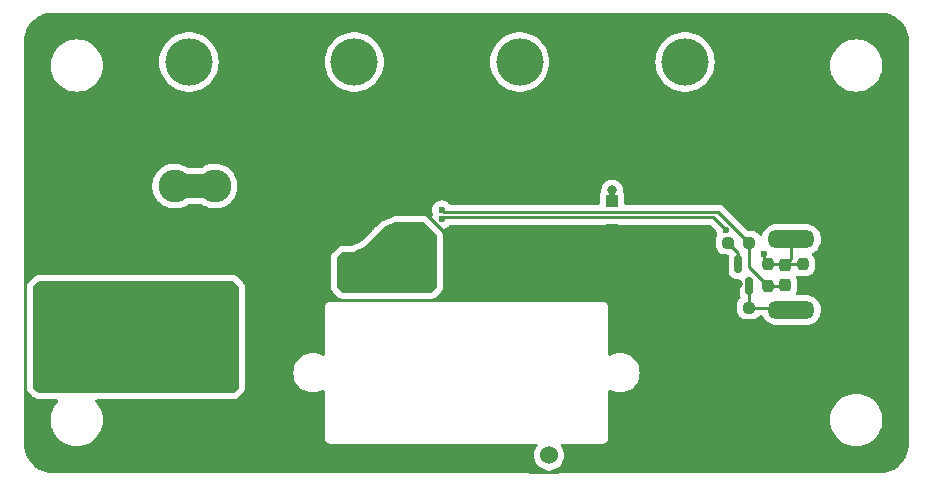
<source format=gbr>
%TF.GenerationSoftware,KiCad,Pcbnew,(6.0.11)*%
%TF.CreationDate,2024-02-08T00:56:39+09:00*%
%TF.ProjectId,SmallPW,536d616c-6c50-4572-9e6b-696361645f70,rev?*%
%TF.SameCoordinates,Original*%
%TF.FileFunction,Copper,L2,Bot*%
%TF.FilePolarity,Positive*%
%FSLAX46Y46*%
G04 Gerber Fmt 4.6, Leading zero omitted, Abs format (unit mm)*
G04 Created by KiCad (PCBNEW (6.0.11)) date 2024-02-08 00:56:39*
%MOMM*%
%LPD*%
G01*
G04 APERTURE LIST*
G04 Aperture macros list*
%AMRoundRect*
0 Rectangle with rounded corners*
0 $1 Rounding radius*
0 $2 $3 $4 $5 $6 $7 $8 $9 X,Y pos of 4 corners*
0 Add a 4 corners polygon primitive as box body*
4,1,4,$2,$3,$4,$5,$6,$7,$8,$9,$2,$3,0*
0 Add four circle primitives for the rounded corners*
1,1,$1+$1,$2,$3*
1,1,$1+$1,$4,$5*
1,1,$1+$1,$6,$7*
1,1,$1+$1,$8,$9*
0 Add four rect primitives between the rounded corners*
20,1,$1+$1,$2,$3,$4,$5,0*
20,1,$1+$1,$4,$5,$6,$7,0*
20,1,$1+$1,$6,$7,$8,$9,0*
20,1,$1+$1,$8,$9,$2,$3,0*%
G04 Aperture macros list end*
%TA.AperFunction,ComponentPad*%
%ADD10C,1.524000*%
%TD*%
%TA.AperFunction,ComponentPad*%
%ADD11R,3.800000X3.800000*%
%TD*%
%TA.AperFunction,ComponentPad*%
%ADD12C,3.800000*%
%TD*%
%TA.AperFunction,ComponentPad*%
%ADD13C,4.000000*%
%TD*%
%TA.AperFunction,ComponentPad*%
%ADD14O,4.000000X1.524000*%
%TD*%
%TA.AperFunction,ComponentPad*%
%ADD15C,2.780000*%
%TD*%
%TA.AperFunction,SMDPad,CuDef*%
%ADD16RoundRect,0.237500X-0.237500X0.300000X-0.237500X-0.300000X0.237500X-0.300000X0.237500X0.300000X0*%
%TD*%
%TA.AperFunction,SMDPad,CuDef*%
%ADD17R,1.000000X1.000000*%
%TD*%
%TA.AperFunction,SMDPad,CuDef*%
%ADD18RoundRect,0.237500X-0.237500X0.250000X-0.237500X-0.250000X0.237500X-0.250000X0.237500X0.250000X0*%
%TD*%
%TA.AperFunction,SMDPad,CuDef*%
%ADD19RoundRect,0.150000X0.150000X-0.587500X0.150000X0.587500X-0.150000X0.587500X-0.150000X-0.587500X0*%
%TD*%
%TA.AperFunction,SMDPad,CuDef*%
%ADD20RoundRect,0.237500X0.250000X0.237500X-0.250000X0.237500X-0.250000X-0.237500X0.250000X-0.237500X0*%
%TD*%
%TA.AperFunction,ViaPad*%
%ADD21C,0.800000*%
%TD*%
%TA.AperFunction,ViaPad*%
%ADD22C,0.600000*%
%TD*%
%TA.AperFunction,Conductor*%
%ADD23C,0.250000*%
%TD*%
%TA.AperFunction,Conductor*%
%ADD24C,0.500000*%
%TD*%
%TA.AperFunction,Conductor*%
%ADD25C,2.000000*%
%TD*%
G04 APERTURE END LIST*
D10*
%TO.P,MES1,1,-*%
%TO.N,GND*%
X140500000Y-85300000D03*
%TO.P,MES1,2,+*%
%TO.N,VDD*%
X138500000Y-85285000D03*
%TD*%
D11*
%TO.P,J1,1,Pin_1*%
%TO.N,GND*%
X98500000Y-68000000D03*
D12*
%TO.P,J1,2,Pin_2*%
%TO.N,/12VBAT*%
X98500000Y-73000000D03*
%TD*%
D11*
%TO.P,J5,1,Pin_1*%
%TO.N,GND*%
X155000000Y-52000000D03*
D13*
%TO.P,J5,2,Pin_2*%
%TO.N,VDD*%
X150000000Y-52000000D03*
%TD*%
D11*
%TO.P,J4,1,Pin_1*%
%TO.N,GND*%
X141000000Y-52000000D03*
D13*
%TO.P,J4,2,Pin_2*%
%TO.N,VDD*%
X136000000Y-52000000D03*
%TD*%
D14*
%TO.P,SW1,1,A*%
%TO.N,Net-(Q2-Pad1)*%
X159000000Y-73000000D03*
%TO.P,SW1,2,B*%
%TO.N,/S-S*%
X159000000Y-67000000D03*
%TD*%
D11*
%TO.P,J2,1,Pin_1*%
%TO.N,GND*%
X113000000Y-52000000D03*
D13*
%TO.P,J2,2,Pin_2*%
%TO.N,VDD*%
X108000000Y-52000000D03*
%TD*%
D15*
%TO.P,F1,1*%
%TO.N,/12VBAT*%
X106800000Y-72420000D03*
X110200000Y-72420000D03*
%TO.P,F1,2*%
%TO.N,Net-(F1-Pad2)*%
X106800000Y-62500000D03*
X110200000Y-62500000D03*
%TD*%
D13*
%TO.P,J3,2,Pin_2*%
%TO.N,VDD*%
X122000000Y-52000000D03*
D11*
%TO.P,J3,1,Pin_1*%
%TO.N,GND*%
X127000000Y-52000000D03*
%TD*%
D16*
%TO.P,C1,1*%
%TO.N,/S-S*%
X158500000Y-69187500D03*
%TO.P,C1,2*%
%TO.N,\u4E3B\u96FB\u6E90\u30B9\u30A4\u30C3\u30C1*%
X158500000Y-70912500D03*
%TD*%
D17*
%TO.P,D2,1,K*%
%TO.N,VDD*%
X143825000Y-63750000D03*
%TO.P,D2,2,A*%
%TO.N,GND*%
X143825000Y-66250000D03*
%TD*%
D18*
%TO.P,R2,1*%
%TO.N,/S-S*%
X157000000Y-69137500D03*
%TO.P,R2,2*%
%TO.N,\u4E3B\u96FB\u6E90\u30B9\u30A4\u30C3\u30C1*%
X157000000Y-70962500D03*
%TD*%
D19*
%TO.P,Q2,1,G*%
%TO.N,Net-(Q2-Pad1)*%
X155450000Y-70987500D03*
%TO.P,Q2,2,S*%
%TO.N,GND*%
X153550000Y-70987500D03*
%TO.P,Q2,3,D*%
%TO.N,Net-(Q2-Pad3)*%
X154500000Y-69112500D03*
%TD*%
D20*
%TO.P,R5,1*%
%TO.N,Net-(Q2-Pad1)*%
X155412500Y-72800000D03*
%TO.P,R5,2*%
%TO.N,GND*%
X153587500Y-72800000D03*
%TD*%
D18*
%TO.P,R1,1*%
%TO.N,/S-S*%
X160000000Y-69137500D03*
%TO.P,R1,2*%
%TO.N,GND*%
X160000000Y-70962500D03*
%TD*%
D20*
%TO.P,R3,1*%
%TO.N,\u4E3B\u96FB\u6E90\u30B9\u30A4\u30C3\u30C1*%
X155422501Y-67300000D03*
%TO.P,R3,2*%
%TO.N,Net-(Q2-Pad3)*%
X153597501Y-67300000D03*
%TD*%
D21*
%TO.N,/12VBAT*%
X111500000Y-79250000D03*
X110500000Y-79250000D03*
X109500000Y-79250000D03*
X110500000Y-78250000D03*
X111500000Y-78250000D03*
X111500000Y-77250000D03*
X110500000Y-77250000D03*
X110500000Y-76250000D03*
X111500000Y-76250000D03*
X111500000Y-74250000D03*
X111500000Y-75250000D03*
X110500000Y-75250000D03*
X108500000Y-71250000D03*
X108500000Y-74250000D03*
X105500000Y-74250000D03*
X103500000Y-74250000D03*
X104500000Y-74250000D03*
X104500000Y-73250000D03*
X103500000Y-73250000D03*
X103500000Y-72250000D03*
X104500000Y-72250000D03*
X104500000Y-71250000D03*
X103500000Y-71250000D03*
X102500000Y-71250000D03*
X102500000Y-72250000D03*
X102500000Y-73250000D03*
X102500000Y-74250000D03*
X100500000Y-71250000D03*
X101500000Y-71250000D03*
X101500000Y-72250000D03*
X101500000Y-73250000D03*
X101500000Y-74250000D03*
X96500000Y-75250000D03*
X100500000Y-75250000D03*
X101500000Y-75250000D03*
X102500000Y-75250000D03*
X103500000Y-75250000D03*
X105500000Y-75250000D03*
X107500000Y-75250000D03*
X109500000Y-75250000D03*
X108500000Y-75250000D03*
X104500000Y-75250000D03*
X106500000Y-75250000D03*
X103500000Y-76250000D03*
X105500000Y-76250000D03*
X107500000Y-76250000D03*
X109500000Y-76250000D03*
X108500000Y-76250000D03*
X104500000Y-76250000D03*
X106500000Y-76250000D03*
X96500000Y-76250000D03*
X98500000Y-76250000D03*
X100500000Y-76250000D03*
X102500000Y-76250000D03*
X101500000Y-76250000D03*
X97500000Y-76250000D03*
X99500000Y-76250000D03*
X96500000Y-77250000D03*
X98500000Y-77250000D03*
X100500000Y-77250000D03*
X102500000Y-77250000D03*
X101500000Y-77250000D03*
X97500000Y-77250000D03*
X99500000Y-77250000D03*
X103500000Y-77250000D03*
X105500000Y-77250000D03*
X107500000Y-77250000D03*
X109500000Y-77250000D03*
X108500000Y-77250000D03*
X104500000Y-77250000D03*
X106500000Y-77250000D03*
X103500000Y-78250000D03*
X105500000Y-78250000D03*
X107500000Y-78250000D03*
X109500000Y-78250000D03*
X108500000Y-78250000D03*
X104500000Y-78250000D03*
X106500000Y-78250000D03*
X96500000Y-78250000D03*
X98500000Y-78250000D03*
X100500000Y-78250000D03*
X102500000Y-78250000D03*
X101500000Y-78250000D03*
X97500000Y-78250000D03*
X99500000Y-78250000D03*
X102500000Y-79250000D03*
X104500000Y-79250000D03*
X106500000Y-79250000D03*
X108500000Y-79250000D03*
X107500000Y-79250000D03*
X103500000Y-79250000D03*
X105500000Y-79250000D03*
X101500000Y-79250000D03*
X100500000Y-79250000D03*
X99500000Y-79250000D03*
X98500000Y-79250000D03*
X97500000Y-79250000D03*
X96500000Y-79250000D03*
X95500000Y-79250000D03*
X95500000Y-78250000D03*
X95500000Y-77250000D03*
X95500000Y-76250000D03*
X95500000Y-75250000D03*
X95500000Y-74250000D03*
X95500000Y-73250000D03*
X96500000Y-71250000D03*
X95500000Y-72250000D03*
X95500000Y-71250000D03*
%TO.N,GND*%
X98500000Y-64250000D03*
X94750000Y-80750000D03*
X94750000Y-69750000D03*
X111250000Y-69000000D03*
X108750000Y-69000000D03*
X106000000Y-69000000D03*
X103500000Y-69500000D03*
X101500000Y-69500000D03*
X112000000Y-81000000D03*
X109000000Y-81000000D03*
X106000000Y-81000000D03*
X103000000Y-81000000D03*
X101000000Y-81000000D03*
X96000000Y-81000000D03*
%TO.N,/S-S*%
X127750000Y-66050000D03*
X126750000Y-66050000D03*
X125750000Y-66050000D03*
X124250000Y-66800000D03*
X124250000Y-67800000D03*
X123250000Y-67800000D03*
X121250000Y-68800000D03*
X122250000Y-68800000D03*
X123250000Y-68800000D03*
X124250000Y-68800000D03*
X125250000Y-68800000D03*
X126250000Y-68800000D03*
X126250000Y-67800000D03*
X125250000Y-67800000D03*
X125250000Y-66800000D03*
X126250000Y-66800000D03*
X127250000Y-66800000D03*
X127250000Y-68800000D03*
X127250000Y-67800000D03*
X128250000Y-66800000D03*
X128250000Y-67800000D03*
X128250000Y-68800000D03*
X128250000Y-69800000D03*
X127250000Y-69800000D03*
X126250000Y-69800000D03*
X125250000Y-69800000D03*
X124250000Y-69800000D03*
X123250000Y-69800000D03*
X122250000Y-69800000D03*
X121250000Y-69800000D03*
X128250000Y-70800000D03*
X127250000Y-70800000D03*
X126250000Y-70800000D03*
X125250000Y-70800000D03*
X124250000Y-70800000D03*
X123250000Y-70800000D03*
X122250000Y-70800000D03*
X121250000Y-70800000D03*
%TO.N,GND*%
X156500000Y-65800000D03*
X161500000Y-74300000D03*
X154500000Y-70800000D03*
X156500000Y-74300000D03*
X153000000Y-68800000D03*
X152000000Y-66300000D03*
X152500000Y-73300000D03*
X152500000Y-70300000D03*
X161500000Y-68300000D03*
X161500000Y-70300000D03*
X153500000Y-48300000D03*
X153500000Y-55300000D03*
X153000000Y-58300000D03*
X150500000Y-61300000D03*
X148500000Y-63300000D03*
X153000000Y-63300000D03*
X134500000Y-85300000D03*
X136500000Y-84800000D03*
X136500000Y-86300000D03*
X146000000Y-86300000D03*
X145000000Y-81300000D03*
X146500000Y-79800000D03*
X146500000Y-81800000D03*
X144500000Y-83800000D03*
X143000000Y-84800000D03*
X144000000Y-76300000D03*
X144000000Y-80300000D03*
X146500000Y-76300000D03*
X145000000Y-74800000D03*
X146500000Y-73300000D03*
X146500000Y-70300000D03*
X143500000Y-67300000D03*
X146500000Y-67300000D03*
X145000000Y-68800000D03*
X145000000Y-71800000D03*
X143500000Y-70300000D03*
X142000000Y-68800000D03*
X142000000Y-71800000D03*
X140500000Y-70300000D03*
X139000000Y-68800000D03*
X139000000Y-71800000D03*
X137500000Y-70300000D03*
X136000000Y-68800000D03*
X136000000Y-71800000D03*
X134500000Y-70300000D03*
X133000000Y-68800000D03*
X133000000Y-71800000D03*
X131500000Y-70300000D03*
X130000000Y-68800000D03*
X130000000Y-71800000D03*
X103000000Y-48300000D03*
X103000000Y-50800000D03*
X103000000Y-53800000D03*
X103000000Y-56800000D03*
X105500000Y-58800000D03*
X119000000Y-82300000D03*
X119000000Y-80300000D03*
X119000000Y-76300000D03*
X119000000Y-72800000D03*
X116500000Y-70300000D03*
X116500000Y-68800000D03*
X114000000Y-68800000D03*
X113250000Y-71000000D03*
X113250000Y-73300000D03*
X113250000Y-76250000D03*
X94500000Y-67800000D03*
X116500000Y-73300000D03*
X116500000Y-76300000D03*
X155500000Y-49300000D03*
X155500000Y-55300000D03*
X153000000Y-61300000D03*
X155500000Y-64300000D03*
X155500000Y-61300000D03*
X155500000Y-58300000D03*
X158500000Y-52300000D03*
X161500000Y-52300000D03*
X167500000Y-52300000D03*
X164500000Y-67300000D03*
X167500000Y-67300000D03*
X167500000Y-70300000D03*
X164500000Y-70300000D03*
X164500000Y-73300000D03*
X149500000Y-67300000D03*
X149500000Y-70300000D03*
X149500000Y-73300000D03*
X149500000Y-76300000D03*
X149500000Y-79300000D03*
X149500000Y-82300000D03*
X149500000Y-85300000D03*
X152500000Y-85300000D03*
X155500000Y-85300000D03*
X167500000Y-82300000D03*
X167500000Y-79300000D03*
X164500000Y-79300000D03*
X167500000Y-73300000D03*
X152500000Y-76300000D03*
X155500000Y-76300000D03*
D22*
%TO.N,/S-S*%
X156670000Y-68250000D03*
X129400498Y-65325003D03*
X153499662Y-66260339D03*
D21*
%TO.N,VDD*%
X143825000Y-62875000D03*
%TO.N,GND*%
X104500000Y-82300000D03*
X158500000Y-49300000D03*
X158500000Y-55300000D03*
X101500000Y-55300000D03*
X122500000Y-85300000D03*
X161500000Y-61300000D03*
X161500000Y-55300000D03*
X161500000Y-79300000D03*
X158500000Y-85300000D03*
X107500000Y-82300000D03*
X167500000Y-64300000D03*
X103500000Y-67300000D03*
X167500000Y-55300000D03*
X161500000Y-58300000D03*
X101500000Y-64300000D03*
X113500000Y-85300000D03*
X161500000Y-85300000D03*
X116500000Y-82300000D03*
X158500000Y-61300000D03*
X161500000Y-64300000D03*
X167500000Y-76300000D03*
X119500000Y-85300000D03*
X161500000Y-76300000D03*
X116500000Y-79300000D03*
X95500000Y-61300000D03*
X101500000Y-85300000D03*
X167500000Y-49300000D03*
X116500000Y-85300000D03*
X103500000Y-61300000D03*
X95500000Y-64300000D03*
X95500000Y-49300000D03*
X164500000Y-55300000D03*
X128500000Y-85300000D03*
X113250000Y-79300000D03*
X98500000Y-55300000D03*
X107500000Y-85300000D03*
X161500000Y-49300000D03*
X167500000Y-85300000D03*
X164500000Y-76300000D03*
X104500000Y-85300000D03*
X113500000Y-82300000D03*
X95500000Y-55300000D03*
X98500000Y-49300000D03*
X110500000Y-85300000D03*
X98500000Y-58300000D03*
X152500000Y-79300000D03*
X167500000Y-61300000D03*
X101500000Y-58300000D03*
X98500000Y-61300000D03*
X101500000Y-82300000D03*
X101500000Y-49300000D03*
X95500000Y-52300000D03*
X95500000Y-85300000D03*
X103500000Y-64300000D03*
X131500000Y-85300000D03*
X101500000Y-52300000D03*
X110500000Y-82300000D03*
X125500000Y-85300000D03*
X164500000Y-64300000D03*
X158500000Y-79300000D03*
X158500000Y-82300000D03*
X164500000Y-49300000D03*
X95500000Y-82300000D03*
X98500000Y-85300000D03*
X158500000Y-64300000D03*
X167500000Y-58300000D03*
X158500000Y-76300000D03*
X155500000Y-79300000D03*
X161500000Y-82300000D03*
X155500000Y-82300000D03*
X164500000Y-58300000D03*
X158500000Y-58300000D03*
X101500000Y-61300000D03*
X152500000Y-82300000D03*
X101500000Y-67300000D03*
X164500000Y-85300000D03*
X164500000Y-61300000D03*
X95500000Y-58300000D03*
D22*
%TO.N,\u4E3B\u96FB\u6E90\u30B9\u30A4\u30C3\u30C1*%
X129400498Y-64525500D03*
%TD*%
D23*
%TO.N,GND*%
X94125000Y-80925000D02*
X95500000Y-82300000D01*
X94125000Y-68175000D02*
X94125000Y-80925000D01*
X94500000Y-67800000D02*
X94125000Y-68175000D01*
X129625000Y-72175000D02*
X130000000Y-71800000D01*
X119000000Y-72800000D02*
X119625000Y-72175000D01*
X119625000Y-72175000D02*
X129625000Y-72175000D01*
X120491611Y-64808389D02*
X116500000Y-68800000D01*
X130000000Y-66808389D02*
X128000000Y-64808389D01*
X130000000Y-68800000D02*
X130000000Y-66808389D01*
X128000000Y-64808389D02*
X120491611Y-64808389D01*
%TO.N,/S-S*%
X152389323Y-65150000D02*
X153499662Y-66260339D01*
X129575501Y-65150000D02*
X152389323Y-65150000D01*
X129400498Y-65325003D02*
X129575501Y-65150000D01*
%TO.N,GND*%
X136875000Y-86675000D02*
X139125000Y-86675000D01*
X139125000Y-86675000D02*
X140500000Y-85300000D01*
X136500000Y-86300000D02*
X136875000Y-86675000D01*
%TO.N,/S-S*%
X156670000Y-68807500D02*
X157000000Y-69137500D01*
X159000000Y-68687500D02*
X158500000Y-69187500D01*
X159000000Y-67000000D02*
X159000000Y-68687500D01*
X157000000Y-69137500D02*
X160000000Y-69137500D01*
X156670000Y-68250000D02*
X156670000Y-68807500D01*
%TO.N,Net-(Q2-Pad1)*%
X155450000Y-72762500D02*
X155412500Y-72800000D01*
X158800000Y-72800000D02*
X159000000Y-73000000D01*
X155412500Y-72800000D02*
X158800000Y-72800000D01*
X155450000Y-70987500D02*
X155450000Y-72762500D01*
D24*
%TO.N,VDD*%
X143825000Y-63750000D02*
X143825000Y-62875000D01*
D25*
%TO.N,Net-(F1-Pad2)*%
X106800000Y-62500000D02*
X110200000Y-62500000D01*
D23*
%TO.N,\u4E3B\u96FB\u6E90\u30B9\u30A4\u30C3\u30C1*%
X129574998Y-64700000D02*
X152822501Y-64700000D01*
X155422501Y-69385001D02*
X157000000Y-70962500D01*
X158450000Y-70962500D02*
X158500000Y-70912500D01*
X157000000Y-70962500D02*
X158450000Y-70962500D01*
X152822501Y-64700000D02*
X155422501Y-67300000D01*
X129300498Y-64425500D02*
X129574998Y-64700000D01*
X155422501Y-67300000D02*
X155422501Y-69385001D01*
%TO.N,Net-(Q2-Pad3)*%
X154500000Y-68202499D02*
X153597501Y-67300000D01*
X154500000Y-69112500D02*
X154500000Y-68202499D01*
%TD*%
%TA.AperFunction,Conductor*%
%TO.N,/S-S*%
G36*
X127861638Y-65570002D02*
G01*
X127882612Y-65586905D01*
X128963095Y-66667389D01*
X128997121Y-66729701D01*
X129000000Y-66756484D01*
X129000000Y-70997810D01*
X128979998Y-71065931D01*
X128963095Y-71086905D01*
X128545405Y-71504595D01*
X128483093Y-71538621D01*
X128456310Y-71541500D01*
X121043690Y-71541500D01*
X120975569Y-71521498D01*
X120954595Y-71504595D01*
X120536905Y-71086905D01*
X120502879Y-71024593D01*
X120500000Y-70997810D01*
X120500000Y-68602190D01*
X120520002Y-68534069D01*
X120536905Y-68513095D01*
X120963095Y-68086905D01*
X121025407Y-68052879D01*
X121052190Y-68050000D01*
X122000000Y-68050000D01*
X122085028Y-68014780D01*
X122842089Y-67701196D01*
X122842091Y-67701195D01*
X122853553Y-67696447D01*
X124628723Y-65921277D01*
X124669600Y-65893963D01*
X125476845Y-65559591D01*
X125525063Y-65550000D01*
X127793517Y-65550000D01*
X127861638Y-65570002D01*
G37*
%TD.AperFunction*%
%TD*%
%TA.AperFunction,Conductor*%
%TO.N,/12VBAT*%
G36*
X111765931Y-70570002D02*
G01*
X111786905Y-70586905D01*
X112213095Y-71013095D01*
X112247121Y-71075407D01*
X112250000Y-71102190D01*
X112250000Y-79497810D01*
X112229998Y-79565931D01*
X112213095Y-79586905D01*
X111786905Y-80013095D01*
X111724593Y-80047121D01*
X111697810Y-80050000D01*
X95373105Y-80050000D01*
X95299044Y-80025936D01*
X95212094Y-79962763D01*
X95212093Y-79962762D01*
X95206752Y-79958882D01*
X95200723Y-79956198D01*
X95200720Y-79956196D01*
X95164319Y-79939990D01*
X95141797Y-79929962D01*
X95103951Y-79903951D01*
X94795405Y-79595405D01*
X94761379Y-79533093D01*
X94758500Y-79506310D01*
X94758500Y-71093690D01*
X94778502Y-71025569D01*
X94795405Y-71004595D01*
X95213095Y-70586905D01*
X95275407Y-70552879D01*
X95302190Y-70550000D01*
X111697810Y-70550000D01*
X111765931Y-70570002D01*
G37*
%TD.AperFunction*%
%TD*%
%TA.AperFunction,Conductor*%
%TO.N,GND*%
G36*
X166470018Y-47810000D02*
G01*
X166484851Y-47812310D01*
X166484855Y-47812310D01*
X166493724Y-47813691D01*
X166510923Y-47811442D01*
X166534863Y-47810609D01*
X166792710Y-47826206D01*
X166807814Y-47828040D01*
X166879786Y-47841229D01*
X167088760Y-47879525D01*
X167103526Y-47883164D01*
X167376231Y-47968142D01*
X167390445Y-47973534D01*
X167608223Y-48071547D01*
X167650906Y-48090757D01*
X167664379Y-48097828D01*
X167908813Y-48245595D01*
X167921334Y-48254238D01*
X168146171Y-48430385D01*
X168157560Y-48440475D01*
X168359525Y-48642440D01*
X168369615Y-48653829D01*
X168545762Y-48878666D01*
X168554405Y-48891187D01*
X168702172Y-49135621D01*
X168709242Y-49149092D01*
X168826466Y-49409555D01*
X168831858Y-49423769D01*
X168891354Y-49614700D01*
X168916836Y-49696473D01*
X168920475Y-49711240D01*
X168951001Y-49877816D01*
X168971960Y-49992186D01*
X168973794Y-50007290D01*
X168988953Y-50257904D01*
X168987692Y-50284716D01*
X168987690Y-50284852D01*
X168986309Y-50293724D01*
X168987473Y-50302626D01*
X168987473Y-50302628D01*
X168990436Y-50325283D01*
X168991500Y-50341621D01*
X168991500Y-84250633D01*
X168990000Y-84270018D01*
X168987690Y-84284851D01*
X168987690Y-84284855D01*
X168986309Y-84293724D01*
X168988304Y-84308976D01*
X168988558Y-84310919D01*
X168989391Y-84334863D01*
X168973794Y-84592710D01*
X168971960Y-84607814D01*
X168920477Y-84888754D01*
X168916836Y-84903527D01*
X168831859Y-85176227D01*
X168826466Y-85190445D01*
X168709243Y-85450906D01*
X168702172Y-85464379D01*
X168554405Y-85708813D01*
X168545762Y-85721334D01*
X168369615Y-85946171D01*
X168359525Y-85957560D01*
X168157560Y-86159525D01*
X168146171Y-86169615D01*
X167921334Y-86345762D01*
X167908813Y-86354405D01*
X167664379Y-86502172D01*
X167650908Y-86509242D01*
X167390445Y-86626466D01*
X167376231Y-86631858D01*
X167142097Y-86704817D01*
X167103527Y-86716836D01*
X167088760Y-86720475D01*
X166879786Y-86758771D01*
X166807814Y-86771960D01*
X166792710Y-86773794D01*
X166542096Y-86788953D01*
X166515284Y-86787692D01*
X166515148Y-86787690D01*
X166506276Y-86786309D01*
X166497374Y-86787473D01*
X166497372Y-86787473D01*
X166482707Y-86789391D01*
X166474714Y-86790436D01*
X166458379Y-86791500D01*
X138738110Y-86791500D01*
X138669989Y-86771498D01*
X138623496Y-86717842D01*
X138613392Y-86647568D01*
X138642886Y-86582988D01*
X138702612Y-86544604D01*
X138716080Y-86541449D01*
X138721463Y-86540978D01*
X138726776Y-86539554D01*
X138726778Y-86539554D01*
X138930886Y-86484863D01*
X138930888Y-86484862D01*
X138936196Y-86483440D01*
X138941178Y-86481117D01*
X139132690Y-86391814D01*
X139132695Y-86391811D01*
X139137677Y-86389488D01*
X139239505Y-86318187D01*
X139315270Y-86265136D01*
X139315273Y-86265134D01*
X139319781Y-86261977D01*
X139476977Y-86104781D01*
X139581232Y-85955890D01*
X139601331Y-85927185D01*
X139601332Y-85927183D01*
X139604488Y-85922676D01*
X139606811Y-85917694D01*
X139606814Y-85917689D01*
X139696117Y-85726178D01*
X139696118Y-85726177D01*
X139698440Y-85721196D01*
X139755978Y-85506463D01*
X139775353Y-85285000D01*
X139755978Y-85063537D01*
X139698440Y-84848804D01*
X139696117Y-84843822D01*
X139606814Y-84652311D01*
X139606811Y-84652306D01*
X139604488Y-84647324D01*
X139601331Y-84642816D01*
X139601328Y-84642810D01*
X139506072Y-84506770D01*
X139483384Y-84439497D01*
X139500669Y-84370636D01*
X139552439Y-84322052D01*
X139609285Y-84308500D01*
X142991377Y-84308500D01*
X142992148Y-84308502D01*
X143069721Y-84308976D01*
X143098152Y-84300850D01*
X143114915Y-84297272D01*
X143115753Y-84297152D01*
X143144187Y-84293080D01*
X143167564Y-84282451D01*
X143185087Y-84276004D01*
X143209771Y-84268949D01*
X143217365Y-84264157D01*
X143217368Y-84264156D01*
X143234780Y-84253170D01*
X143249865Y-84245030D01*
X143276782Y-84232792D01*
X143296235Y-84216030D01*
X143311239Y-84204927D01*
X143332958Y-84191224D01*
X143338897Y-84184499D01*
X143338901Y-84184496D01*
X143352532Y-84169062D01*
X143364724Y-84157018D01*
X143380327Y-84143573D01*
X143380329Y-84143570D01*
X143387127Y-84137713D01*
X143401094Y-84116165D01*
X143412385Y-84101291D01*
X143423431Y-84088783D01*
X143423432Y-84088782D01*
X143429378Y-84082049D01*
X143441943Y-84055287D01*
X143450263Y-84040309D01*
X143461471Y-84023017D01*
X143461473Y-84023012D01*
X143466352Y-84015485D01*
X143468922Y-84006892D01*
X143468924Y-84006887D01*
X143473711Y-83990880D01*
X143480372Y-83973436D01*
X143487467Y-83958324D01*
X143487468Y-83958322D01*
X143491281Y-83950200D01*
X143495830Y-83920983D01*
X143499613Y-83904268D01*
X143505515Y-83884534D01*
X143505516Y-83884528D01*
X143508086Y-83875934D01*
X143508296Y-83841494D01*
X143508329Y-83840711D01*
X143508500Y-83839614D01*
X143508500Y-83808623D01*
X143508502Y-83807853D01*
X143508952Y-83734215D01*
X143508952Y-83734214D01*
X143508976Y-83730279D01*
X143508592Y-83728935D01*
X143508500Y-83727590D01*
X143508500Y-82300000D01*
X162286761Y-82300000D01*
X162305696Y-82588886D01*
X162362175Y-82872828D01*
X162455234Y-83146970D01*
X162583279Y-83406619D01*
X162744119Y-83647335D01*
X162746831Y-83650427D01*
X162746836Y-83650434D01*
X162885177Y-83808180D01*
X162935004Y-83864996D01*
X162938093Y-83867705D01*
X163149565Y-84053163D01*
X163149571Y-84053168D01*
X163152665Y-84055881D01*
X163393380Y-84216721D01*
X163397079Y-84218545D01*
X163397084Y-84218548D01*
X163649335Y-84342944D01*
X163653030Y-84344766D01*
X163656928Y-84346089D01*
X163656930Y-84346090D01*
X163923262Y-84436498D01*
X163923266Y-84436499D01*
X163927172Y-84437825D01*
X163931216Y-84438629D01*
X163931222Y-84438631D01*
X164207071Y-84493500D01*
X164207074Y-84493500D01*
X164211114Y-84494304D01*
X164215225Y-84494573D01*
X164215229Y-84494574D01*
X164495881Y-84512969D01*
X164500000Y-84513239D01*
X164504119Y-84512969D01*
X164784771Y-84494574D01*
X164784775Y-84494573D01*
X164788886Y-84494304D01*
X164792926Y-84493500D01*
X164792929Y-84493500D01*
X165068778Y-84438631D01*
X165068784Y-84438629D01*
X165072828Y-84437825D01*
X165076734Y-84436499D01*
X165076738Y-84436498D01*
X165343070Y-84346090D01*
X165343072Y-84346089D01*
X165346970Y-84344766D01*
X165350665Y-84342944D01*
X165602916Y-84218548D01*
X165602921Y-84218545D01*
X165606620Y-84216721D01*
X165847335Y-84055881D01*
X165850429Y-84053168D01*
X165850435Y-84053163D01*
X166061907Y-83867705D01*
X166064996Y-83864996D01*
X166114823Y-83808180D01*
X166253164Y-83650434D01*
X166253169Y-83650427D01*
X166255881Y-83647335D01*
X166416721Y-83406619D01*
X166544766Y-83146970D01*
X166637825Y-82872828D01*
X166694304Y-82588886D01*
X166713239Y-82300000D01*
X166694304Y-82011114D01*
X166637825Y-81727172D01*
X166611990Y-81651063D01*
X166546090Y-81456930D01*
X166546089Y-81456928D01*
X166544766Y-81453030D01*
X166416721Y-81193381D01*
X166255881Y-80952665D01*
X166253169Y-80949573D01*
X166253164Y-80949566D01*
X166067705Y-80738093D01*
X166064996Y-80735004D01*
X166061733Y-80732142D01*
X165850435Y-80546837D01*
X165850429Y-80546832D01*
X165847335Y-80544119D01*
X165606620Y-80383279D01*
X165602921Y-80381455D01*
X165602916Y-80381452D01*
X165350665Y-80257056D01*
X165350663Y-80257055D01*
X165346970Y-80255234D01*
X165343070Y-80253910D01*
X165076738Y-80163502D01*
X165076734Y-80163501D01*
X165072828Y-80162175D01*
X165068784Y-80161371D01*
X165068778Y-80161369D01*
X164792929Y-80106500D01*
X164792926Y-80106500D01*
X164788886Y-80105696D01*
X164784775Y-80105427D01*
X164784771Y-80105426D01*
X164504119Y-80087031D01*
X164500000Y-80086761D01*
X164495881Y-80087031D01*
X164215229Y-80105426D01*
X164215225Y-80105427D01*
X164211114Y-80105696D01*
X164207074Y-80106500D01*
X164207071Y-80106500D01*
X163931222Y-80161369D01*
X163931216Y-80161371D01*
X163927172Y-80162175D01*
X163923266Y-80163501D01*
X163923262Y-80163502D01*
X163656930Y-80253910D01*
X163653030Y-80255234D01*
X163649337Y-80257055D01*
X163649335Y-80257056D01*
X163625318Y-80268900D01*
X163393381Y-80383279D01*
X163152665Y-80544119D01*
X163149573Y-80546831D01*
X163149566Y-80546836D01*
X162938239Y-80732167D01*
X162935004Y-80735004D01*
X162932295Y-80738093D01*
X162746836Y-80949566D01*
X162746831Y-80949573D01*
X162744119Y-80952665D01*
X162583279Y-81193381D01*
X162455234Y-81453030D01*
X162453911Y-81456928D01*
X162453910Y-81456930D01*
X162388011Y-81651063D01*
X162362175Y-81727172D01*
X162305696Y-82011114D01*
X162288805Y-82268810D01*
X162286761Y-82300000D01*
X143508500Y-82300000D01*
X143508500Y-79862531D01*
X143528502Y-79794410D01*
X143582158Y-79747917D01*
X143652432Y-79737813D01*
X143700335Y-79755099D01*
X143740499Y-79779712D01*
X143740509Y-79779717D01*
X143744729Y-79782303D01*
X143749299Y-79784196D01*
X143749303Y-79784198D01*
X143896346Y-79845105D01*
X143985911Y-79882204D01*
X144010674Y-79888149D01*
X144234938Y-79941991D01*
X144234944Y-79941992D01*
X144239751Y-79943146D01*
X144500000Y-79963628D01*
X144760249Y-79943146D01*
X144765056Y-79941992D01*
X144765062Y-79941991D01*
X144989326Y-79888149D01*
X145014089Y-79882204D01*
X145103654Y-79845105D01*
X145250697Y-79784198D01*
X145250701Y-79784196D01*
X145255271Y-79782303D01*
X145477856Y-79645903D01*
X145676363Y-79476363D01*
X145845903Y-79277856D01*
X145982303Y-79055271D01*
X146073825Y-78834319D01*
X146080310Y-78818662D01*
X146080311Y-78818660D01*
X146082204Y-78814089D01*
X146135707Y-78591235D01*
X146141991Y-78565062D01*
X146141992Y-78565056D01*
X146143146Y-78560249D01*
X146163628Y-78300000D01*
X146143146Y-78039751D01*
X146141992Y-78034944D01*
X146141991Y-78034938D01*
X146083359Y-77790723D01*
X146082204Y-77785911D01*
X146075377Y-77769428D01*
X145984198Y-77549303D01*
X145984196Y-77549299D01*
X145982303Y-77544729D01*
X145845903Y-77322144D01*
X145676363Y-77123637D01*
X145477856Y-76954097D01*
X145255271Y-76817697D01*
X145250701Y-76815804D01*
X145250697Y-76815802D01*
X145018662Y-76719690D01*
X145018660Y-76719689D01*
X145014089Y-76717796D01*
X144925069Y-76696424D01*
X144765062Y-76658009D01*
X144765056Y-76658008D01*
X144760249Y-76656854D01*
X144500000Y-76636372D01*
X144239751Y-76656854D01*
X144234944Y-76658008D01*
X144234938Y-76658009D01*
X144074931Y-76696424D01*
X143985911Y-76717796D01*
X143981340Y-76719689D01*
X143981338Y-76719690D01*
X143749303Y-76815802D01*
X143749299Y-76815804D01*
X143744729Y-76817697D01*
X143740510Y-76820282D01*
X143740499Y-76820288D01*
X143700335Y-76844901D01*
X143631802Y-76863440D01*
X143564125Y-76841984D01*
X143518792Y-76787345D01*
X143508500Y-76737469D01*
X143508500Y-72808623D01*
X143508502Y-72807853D01*
X143508800Y-72759102D01*
X143508976Y-72730279D01*
X143500850Y-72701847D01*
X143497272Y-72685085D01*
X143494352Y-72664698D01*
X143493080Y-72655813D01*
X143482451Y-72632436D01*
X143476004Y-72614913D01*
X143471416Y-72598862D01*
X143468949Y-72590229D01*
X143464156Y-72582632D01*
X143453170Y-72565220D01*
X143445030Y-72550135D01*
X143442564Y-72544711D01*
X143432792Y-72523218D01*
X143416030Y-72503765D01*
X143404927Y-72488761D01*
X143391224Y-72467042D01*
X143384499Y-72461103D01*
X143384496Y-72461099D01*
X143369062Y-72447468D01*
X143357018Y-72435276D01*
X143343573Y-72419673D01*
X143343570Y-72419671D01*
X143337713Y-72412873D01*
X143324009Y-72403990D01*
X143316165Y-72398906D01*
X143301291Y-72387615D01*
X143288783Y-72376569D01*
X143288782Y-72376568D01*
X143282049Y-72370622D01*
X143255287Y-72358057D01*
X143240309Y-72349737D01*
X143223017Y-72338529D01*
X143223012Y-72338527D01*
X143215485Y-72333648D01*
X143206892Y-72331078D01*
X143206887Y-72331076D01*
X143190880Y-72326289D01*
X143173436Y-72319628D01*
X143158324Y-72312533D01*
X143158322Y-72312532D01*
X143150200Y-72308719D01*
X143141333Y-72307338D01*
X143141332Y-72307338D01*
X143130478Y-72305648D01*
X143120983Y-72304170D01*
X143104268Y-72300387D01*
X143084534Y-72294485D01*
X143084528Y-72294484D01*
X143075934Y-72291914D01*
X143066963Y-72291859D01*
X143066962Y-72291859D01*
X143056903Y-72291798D01*
X143041494Y-72291704D01*
X143040711Y-72291671D01*
X143039614Y-72291500D01*
X143008623Y-72291500D01*
X143007853Y-72291498D01*
X142934215Y-72291048D01*
X142934214Y-72291048D01*
X142930279Y-72291024D01*
X142928935Y-72291408D01*
X142927590Y-72291500D01*
X128607848Y-72291500D01*
X128539727Y-72271498D01*
X128493234Y-72217842D01*
X128483130Y-72147568D01*
X128512624Y-72082988D01*
X128572350Y-72044604D01*
X128583486Y-72042077D01*
X128586139Y-72041375D01*
X128592252Y-72040384D01*
X128598049Y-72038222D01*
X128598052Y-72038221D01*
X128724979Y-71990878D01*
X128724981Y-71990877D01*
X128729193Y-71989306D01*
X128739059Y-71983919D01*
X128787557Y-71957436D01*
X128787559Y-71957435D01*
X128791505Y-71955280D01*
X128799729Y-71949124D01*
X128904902Y-71870391D01*
X128904906Y-71870387D01*
X128908504Y-71867694D01*
X129326194Y-71450004D01*
X129362917Y-71409123D01*
X129379820Y-71388149D01*
X129401583Y-71357970D01*
X129408362Y-71348570D01*
X129408365Y-71348565D01*
X129411982Y-71343549D01*
X129472698Y-71210600D01*
X129492700Y-71142479D01*
X129494834Y-71127640D01*
X129512861Y-71002257D01*
X129512861Y-71002252D01*
X129513500Y-70997810D01*
X129513500Y-66756484D01*
X129510559Y-66701602D01*
X129507680Y-66674819D01*
X129502932Y-66645518D01*
X129499875Y-66626654D01*
X129499874Y-66626649D01*
X129498884Y-66620542D01*
X129492042Y-66602197D01*
X129449378Y-66487815D01*
X129449377Y-66487813D01*
X129447806Y-66483601D01*
X129413780Y-66421289D01*
X129386957Y-66385458D01*
X129348771Y-66334447D01*
X129323960Y-66267927D01*
X129339051Y-66198553D01*
X129389254Y-66148350D01*
X129438218Y-66133457D01*
X129564098Y-66122001D01*
X129570800Y-66119823D01*
X129570802Y-66119823D01*
X129729907Y-66068127D01*
X129729910Y-66068126D01*
X129736606Y-66065950D01*
X129845586Y-66000985D01*
X129886358Y-65976680D01*
X129886360Y-65976679D01*
X129892410Y-65973072D01*
X130023764Y-65847985D01*
X130027660Y-65842120D01*
X130027665Y-65842115D01*
X130029223Y-65839770D01*
X130030611Y-65838604D01*
X130032191Y-65836721D01*
X130032522Y-65836999D01*
X130083581Y-65794101D01*
X130134169Y-65783500D01*
X152074729Y-65783500D01*
X152142850Y-65803502D01*
X152163824Y-65820405D01*
X152664412Y-66320993D01*
X152698438Y-66383305D01*
X152700716Y-66397792D01*
X152703825Y-66429499D01*
X152706049Y-66436184D01*
X152740461Y-66539630D01*
X152742984Y-66610582D01*
X152728163Y-66645518D01*
X152672832Y-66735282D01*
X152666792Y-66745080D01*
X152612027Y-66910191D01*
X152601501Y-67012928D01*
X152601501Y-67587072D01*
X152601838Y-67590318D01*
X152601838Y-67590322D01*
X152606377Y-67634064D01*
X152612294Y-67691093D01*
X152667347Y-67856107D01*
X152758885Y-68004031D01*
X152764067Y-68009204D01*
X152876817Y-68121758D01*
X152876822Y-68121762D01*
X152881998Y-68126929D01*
X152888228Y-68130769D01*
X152888229Y-68130770D01*
X153021994Y-68213224D01*
X153030081Y-68218209D01*
X153195192Y-68272974D01*
X153202028Y-68273674D01*
X153202031Y-68273675D01*
X153253527Y-68278951D01*
X153297929Y-68283500D01*
X153569152Y-68283500D01*
X153637273Y-68303502D01*
X153683766Y-68357158D01*
X153691703Y-68420954D01*
X153694438Y-68421169D01*
X153691500Y-68458498D01*
X153691500Y-69766502D01*
X153694438Y-69803831D01*
X153740855Y-69963601D01*
X153744892Y-69970427D01*
X153821509Y-70099980D01*
X153821511Y-70099983D01*
X153825547Y-70106807D01*
X153943193Y-70224453D01*
X153950017Y-70228489D01*
X153950020Y-70228491D01*
X154057589Y-70292107D01*
X154086399Y-70309145D01*
X154094010Y-70311356D01*
X154094012Y-70311357D01*
X154146231Y-70326528D01*
X154246169Y-70355562D01*
X154252574Y-70356066D01*
X154252579Y-70356067D01*
X154281042Y-70358307D01*
X154281050Y-70358307D01*
X154283498Y-70358500D01*
X154515500Y-70358500D01*
X154583621Y-70378502D01*
X154630114Y-70432158D01*
X154641500Y-70484500D01*
X154641500Y-71641502D01*
X154641693Y-71643950D01*
X154641693Y-71643958D01*
X154642629Y-71655842D01*
X154644438Y-71678831D01*
X154659159Y-71729500D01*
X154685841Y-71821341D01*
X154690855Y-71838601D01*
X154694890Y-71845423D01*
X154698039Y-71852701D01*
X154696042Y-71853565D01*
X154710752Y-71911533D01*
X154688239Y-71978866D01*
X154674015Y-71995876D01*
X154573071Y-72096997D01*
X154569231Y-72103227D01*
X154569230Y-72103228D01*
X154508964Y-72200998D01*
X154481791Y-72245080D01*
X154427026Y-72410191D01*
X154426326Y-72417027D01*
X154426325Y-72417030D01*
X154423789Y-72441782D01*
X154416500Y-72512928D01*
X154416500Y-73087072D01*
X154427293Y-73191093D01*
X154482346Y-73356107D01*
X154573884Y-73504031D01*
X154579066Y-73509204D01*
X154691816Y-73621758D01*
X154691821Y-73621762D01*
X154696997Y-73626929D01*
X154703227Y-73630769D01*
X154703228Y-73630770D01*
X154796019Y-73687967D01*
X154845080Y-73718209D01*
X155010191Y-73772974D01*
X155017027Y-73773674D01*
X155017030Y-73773675D01*
X155068526Y-73778951D01*
X155112928Y-73783500D01*
X155712072Y-73783500D01*
X155715318Y-73783163D01*
X155715322Y-73783163D01*
X155809235Y-73773419D01*
X155809239Y-73773418D01*
X155816093Y-73772707D01*
X155822629Y-73770526D01*
X155822631Y-73770526D01*
X155955395Y-73726232D01*
X155981107Y-73717654D01*
X156129031Y-73626116D01*
X156145712Y-73609406D01*
X156246758Y-73508184D01*
X156246762Y-73508179D01*
X156251929Y-73503003D01*
X156257857Y-73493386D01*
X156259886Y-73491559D01*
X156260307Y-73491027D01*
X156260398Y-73491099D01*
X156310628Y-73445892D01*
X156365118Y-73433500D01*
X156479141Y-73433500D01*
X156547262Y-73453502D01*
X156591107Y-73501710D01*
X156684946Y-73683519D01*
X156823009Y-73863447D01*
X156913850Y-73946106D01*
X156986605Y-74012308D01*
X156986608Y-74012310D01*
X156990752Y-74016081D01*
X156995503Y-74019062D01*
X156995504Y-74019062D01*
X157178118Y-74133616D01*
X157178122Y-74133618D01*
X157182874Y-74136599D01*
X157393301Y-74221190D01*
X157615382Y-74267181D01*
X157619993Y-74267447D01*
X157619994Y-74267447D01*
X157671121Y-74270395D01*
X157671125Y-74270395D01*
X157672944Y-74270500D01*
X160295535Y-74270500D01*
X160298322Y-74270251D01*
X160298328Y-74270251D01*
X160368506Y-74263987D01*
X160463895Y-74255474D01*
X160682651Y-74195630D01*
X160687709Y-74193218D01*
X160687713Y-74193216D01*
X160882284Y-74100410D01*
X160882285Y-74100409D01*
X160887351Y-74097993D01*
X160891913Y-74094715D01*
X161066966Y-73968926D01*
X161066968Y-73968924D01*
X161071526Y-73965649D01*
X161229355Y-73802783D01*
X161286559Y-73717654D01*
X161352721Y-73619195D01*
X161352724Y-73619190D01*
X161355847Y-73614542D01*
X161404359Y-73504031D01*
X161444750Y-73412017D01*
X161447007Y-73406876D01*
X161470625Y-73308500D01*
X161498640Y-73191808D01*
X161498641Y-73191802D01*
X161499950Y-73186349D01*
X161513006Y-72959931D01*
X161485759Y-72734781D01*
X161419073Y-72518013D01*
X161354969Y-72393814D01*
X161317626Y-72321464D01*
X161317626Y-72321463D01*
X161315054Y-72316481D01*
X161310568Y-72310634D01*
X161272270Y-72260724D01*
X161176991Y-72136553D01*
X161043918Y-72015466D01*
X161013395Y-71987692D01*
X161013392Y-71987690D01*
X161009248Y-71983919D01*
X160963594Y-71955280D01*
X160821882Y-71866384D01*
X160821878Y-71866382D01*
X160817126Y-71863401D01*
X160606699Y-71778810D01*
X160384618Y-71732819D01*
X160380007Y-71732553D01*
X160380006Y-71732553D01*
X160328879Y-71729605D01*
X160328875Y-71729605D01*
X160327056Y-71729500D01*
X159520868Y-71729500D01*
X159452747Y-71709498D01*
X159406254Y-71655842D01*
X159396150Y-71585568D01*
X159411596Y-71542937D01*
X159411274Y-71542787D01*
X159412965Y-71539161D01*
X159413609Y-71537383D01*
X159414368Y-71536152D01*
X159414369Y-71536149D01*
X159418209Y-71529920D01*
X159472974Y-71364809D01*
X159483500Y-71262072D01*
X159483500Y-70562928D01*
X159483163Y-70559678D01*
X159473419Y-70465765D01*
X159473418Y-70465761D01*
X159472707Y-70458907D01*
X159417654Y-70293893D01*
X159413798Y-70287662D01*
X159410697Y-70281042D01*
X159413660Y-70279654D01*
X159398668Y-70225241D01*
X159419808Y-70157465D01*
X159474234Y-70111877D01*
X159544668Y-70102951D01*
X159564311Y-70107756D01*
X159610191Y-70122974D01*
X159617027Y-70123674D01*
X159617030Y-70123675D01*
X159668526Y-70128951D01*
X159712928Y-70133500D01*
X160287072Y-70133500D01*
X160290318Y-70133163D01*
X160290322Y-70133163D01*
X160384235Y-70123419D01*
X160384239Y-70123418D01*
X160391093Y-70122707D01*
X160397629Y-70120526D01*
X160397631Y-70120526D01*
X160549159Y-70069972D01*
X160556107Y-70067654D01*
X160704031Y-69976116D01*
X160724124Y-69955988D01*
X160821758Y-69858184D01*
X160821762Y-69858179D01*
X160826929Y-69853003D01*
X160857239Y-69803831D01*
X160914369Y-69711150D01*
X160914370Y-69711148D01*
X160918209Y-69704920D01*
X160972974Y-69539809D01*
X160983500Y-69437072D01*
X160983500Y-68837928D01*
X160972707Y-68733907D01*
X160917654Y-68568893D01*
X160826116Y-68420969D01*
X160790393Y-68385308D01*
X160753276Y-68348256D01*
X160719197Y-68285974D01*
X160724200Y-68215154D01*
X160766697Y-68158281D01*
X160788050Y-68145357D01*
X160818633Y-68130770D01*
X160887351Y-68097993D01*
X160891913Y-68094715D01*
X161066966Y-67968926D01*
X161066968Y-67968924D01*
X161071526Y-67965649D01*
X161229355Y-67802783D01*
X161273070Y-67737727D01*
X161352721Y-67619195D01*
X161352724Y-67619190D01*
X161355847Y-67614542D01*
X161361268Y-67602194D01*
X161444750Y-67412017D01*
X161447007Y-67406876D01*
X161475385Y-67288671D01*
X161498640Y-67191808D01*
X161498641Y-67191802D01*
X161499950Y-67186349D01*
X161508385Y-67040069D01*
X161512683Y-66965537D01*
X161512683Y-66965534D01*
X161513006Y-66959931D01*
X161485759Y-66734781D01*
X161470429Y-66684948D01*
X161420722Y-66523374D01*
X161419073Y-66518013D01*
X161315054Y-66316481D01*
X161176991Y-66136553D01*
X161061071Y-66031074D01*
X161013395Y-65987692D01*
X161013392Y-65987690D01*
X161009248Y-65983919D01*
X160997708Y-65976680D01*
X160821882Y-65866384D01*
X160821878Y-65866382D01*
X160817126Y-65863401D01*
X160606699Y-65778810D01*
X160384618Y-65732819D01*
X160380007Y-65732553D01*
X160380006Y-65732553D01*
X160328879Y-65729605D01*
X160328875Y-65729605D01*
X160327056Y-65729500D01*
X157704465Y-65729500D01*
X157701678Y-65729749D01*
X157701672Y-65729749D01*
X157631494Y-65736013D01*
X157536105Y-65744526D01*
X157317349Y-65804370D01*
X157312291Y-65806782D01*
X157312287Y-65806784D01*
X157187334Y-65866384D01*
X157112649Y-65902007D01*
X157108088Y-65905284D01*
X157108087Y-65905285D01*
X156958517Y-66012763D01*
X156928474Y-66034351D01*
X156924569Y-66038381D01*
X156818001Y-66148350D01*
X156770645Y-66197217D01*
X156767518Y-66201871D01*
X156647279Y-66380805D01*
X156647276Y-66380810D01*
X156644153Y-66385458D01*
X156641900Y-66390590D01*
X156641898Y-66390594D01*
X156601071Y-66483601D01*
X156552993Y-66593124D01*
X156551683Y-66598581D01*
X156541492Y-66641030D01*
X156506140Y-66702599D01*
X156443114Y-66735282D01*
X156372423Y-66728702D01*
X156316511Y-66684948D01*
X156311829Y-66677919D01*
X156308879Y-66673151D01*
X156261117Y-66595969D01*
X156253117Y-66587983D01*
X156143185Y-66478242D01*
X156143180Y-66478238D01*
X156138004Y-66473071D01*
X156131773Y-66469230D01*
X155996151Y-66385631D01*
X155996149Y-66385630D01*
X155989921Y-66381791D01*
X155824810Y-66327026D01*
X155817974Y-66326326D01*
X155817971Y-66326325D01*
X155765926Y-66320993D01*
X155722073Y-66316500D01*
X155387096Y-66316500D01*
X155318975Y-66296498D01*
X155298001Y-66279595D01*
X153326153Y-64307747D01*
X153318613Y-64299461D01*
X153314501Y-64292982D01*
X153264849Y-64246356D01*
X153262008Y-64243602D01*
X153242271Y-64223865D01*
X153239074Y-64221385D01*
X153230052Y-64213680D01*
X153203601Y-64188841D01*
X153197822Y-64183414D01*
X153190876Y-64179595D01*
X153190873Y-64179593D01*
X153180067Y-64173652D01*
X153163548Y-64162801D01*
X153157116Y-64157812D01*
X153147542Y-64150386D01*
X153140273Y-64147241D01*
X153140269Y-64147238D01*
X153106964Y-64132826D01*
X153096314Y-64127609D01*
X153057561Y-64106305D01*
X153037938Y-64101267D01*
X153019235Y-64094863D01*
X153007921Y-64089967D01*
X153007920Y-64089967D01*
X153000646Y-64086819D01*
X152992823Y-64085580D01*
X152992813Y-64085577D01*
X152956977Y-64079901D01*
X152945357Y-64077495D01*
X152910212Y-64068472D01*
X152910211Y-64068472D01*
X152902531Y-64066500D01*
X152882277Y-64066500D01*
X152862566Y-64064949D01*
X152850387Y-64063020D01*
X152842558Y-64061780D01*
X152834666Y-64062526D01*
X152798540Y-64065941D01*
X152786682Y-64066500D01*
X144959500Y-64066500D01*
X144891379Y-64046498D01*
X144844886Y-63992842D01*
X144833500Y-63940500D01*
X144833500Y-63201866D01*
X144826745Y-63139684D01*
X144775615Y-63003295D01*
X144770232Y-62996112D01*
X144760893Y-62983650D01*
X144736047Y-62917143D01*
X144736411Y-62894919D01*
X144737814Y-62881568D01*
X144737814Y-62881565D01*
X144738504Y-62875000D01*
X144718542Y-62685072D01*
X144659527Y-62503444D01*
X144564040Y-62338056D01*
X144436253Y-62196134D01*
X144281752Y-62083882D01*
X144275724Y-62081198D01*
X144275722Y-62081197D01*
X144113319Y-62008891D01*
X144113318Y-62008891D01*
X144107288Y-62006206D01*
X144013887Y-61986353D01*
X143926944Y-61967872D01*
X143926939Y-61967872D01*
X143920487Y-61966500D01*
X143729513Y-61966500D01*
X143723061Y-61967872D01*
X143723056Y-61967872D01*
X143636113Y-61986353D01*
X143542712Y-62006206D01*
X143536682Y-62008891D01*
X143536681Y-62008891D01*
X143374278Y-62081197D01*
X143374276Y-62081198D01*
X143368248Y-62083882D01*
X143213747Y-62196134D01*
X143085960Y-62338056D01*
X142990473Y-62503444D01*
X142931458Y-62685072D01*
X142911496Y-62875000D01*
X142912186Y-62881565D01*
X142912186Y-62881568D01*
X142913589Y-62894919D01*
X142900816Y-62964757D01*
X142889107Y-62983650D01*
X142879768Y-62996112D01*
X142874385Y-63003295D01*
X142823255Y-63139684D01*
X142816500Y-63201866D01*
X142816500Y-63940500D01*
X142796498Y-64008621D01*
X142742842Y-64055114D01*
X142690500Y-64066500D01*
X130134790Y-64066500D01*
X130066669Y-64046498D01*
X130038878Y-64021330D01*
X130038124Y-64020124D01*
X130026581Y-64008500D01*
X129915276Y-63896415D01*
X129915272Y-63896412D01*
X129910313Y-63891418D01*
X129899195Y-63884362D01*
X129809654Y-63827538D01*
X129757164Y-63794227D01*
X129727961Y-63783828D01*
X129592923Y-63735743D01*
X129592918Y-63735742D01*
X129586288Y-63733381D01*
X129579300Y-63732548D01*
X129579297Y-63732547D01*
X129456196Y-63717868D01*
X129406178Y-63711904D01*
X129399175Y-63712640D01*
X129399174Y-63712640D01*
X129232786Y-63730128D01*
X129232784Y-63730129D01*
X129225786Y-63730864D01*
X129054077Y-63789318D01*
X128991952Y-63827538D01*
X128905593Y-63880666D01*
X128905590Y-63880668D01*
X128899586Y-63884362D01*
X128894551Y-63889293D01*
X128894548Y-63889295D01*
X128788810Y-63992842D01*
X128769991Y-64011271D01*
X128671733Y-64163738D01*
X128669324Y-64170358D01*
X128669322Y-64170361D01*
X128619318Y-64307747D01*
X128609695Y-64334185D01*
X128586961Y-64514140D01*
X128604661Y-64694660D01*
X128661916Y-64866773D01*
X128665566Y-64872800D01*
X128665645Y-64872971D01*
X128676062Y-64943199D01*
X128669668Y-64968916D01*
X128609695Y-65133688D01*
X128608812Y-65140678D01*
X128590998Y-65281688D01*
X128562616Y-65346765D01*
X128503556Y-65386166D01*
X128432570Y-65387383D01*
X128376897Y-65354991D01*
X128245712Y-65223806D01*
X128204830Y-65187083D01*
X128203524Y-65186030D01*
X128203514Y-65186022D01*
X128185182Y-65171249D01*
X128183856Y-65170180D01*
X128178013Y-65165966D01*
X128144277Y-65141638D01*
X128144272Y-65141635D01*
X128139256Y-65138018D01*
X128006307Y-65077302D01*
X127982553Y-65070327D01*
X127942509Y-65058569D01*
X127942505Y-65058568D01*
X127938186Y-65057300D01*
X127933737Y-65056660D01*
X127933731Y-65056659D01*
X127797964Y-65037139D01*
X127797959Y-65037139D01*
X127793517Y-65036500D01*
X125525063Y-65036500D01*
X125424886Y-65046366D01*
X125395561Y-65052199D01*
X125379703Y-65055353D01*
X125379697Y-65055355D01*
X125376668Y-65055957D01*
X125373711Y-65056854D01*
X125373703Y-65056856D01*
X125320973Y-65072852D01*
X125280337Y-65085179D01*
X124473092Y-65419551D01*
X124384308Y-65467008D01*
X124381742Y-65468723D01*
X124381733Y-65468728D01*
X124346018Y-65492593D01*
X124346013Y-65492597D01*
X124343431Y-65494322D01*
X124265624Y-65558178D01*
X123848828Y-65974974D01*
X123810984Y-66000985D01*
X123799280Y-66006196D01*
X123799277Y-66006198D01*
X123793248Y-66008882D01*
X123638747Y-66121134D01*
X123634326Y-66126044D01*
X123634325Y-66126045D01*
X123570242Y-66197217D01*
X123510960Y-66263056D01*
X123507659Y-66268774D01*
X123451244Y-66366487D01*
X123431220Y-66392582D01*
X122848828Y-66974974D01*
X122810984Y-67000985D01*
X122799280Y-67006196D01*
X122799277Y-67006198D01*
X122793248Y-67008882D01*
X122638747Y-67121134D01*
X122510960Y-67263056D01*
X122510867Y-67263217D01*
X122459095Y-67304029D01*
X122112775Y-67447479D01*
X121921014Y-67526909D01*
X121872796Y-67536500D01*
X121052190Y-67536500D01*
X121025615Y-67537924D01*
X120999001Y-67539350D01*
X120998991Y-67539351D01*
X120997308Y-67539441D01*
X120970525Y-67542320D01*
X120968868Y-67542588D01*
X120968857Y-67542590D01*
X120922360Y-67550125D01*
X120922355Y-67550126D01*
X120916248Y-67551116D01*
X120910451Y-67553278D01*
X120910448Y-67553279D01*
X120783521Y-67600622D01*
X120783519Y-67600623D01*
X120779307Y-67602194D01*
X120775364Y-67604347D01*
X120775362Y-67604348D01*
X120756694Y-67614542D01*
X120716995Y-67636220D01*
X120713395Y-67638915D01*
X120603598Y-67721109D01*
X120603594Y-67721113D01*
X120599996Y-67723806D01*
X120173806Y-68149996D01*
X120137083Y-68190877D01*
X120136032Y-68192181D01*
X120136027Y-68192187D01*
X120129855Y-68199846D01*
X120120180Y-68211851D01*
X120119190Y-68213224D01*
X120091638Y-68251430D01*
X120091635Y-68251435D01*
X120088018Y-68256451D01*
X120027302Y-68389400D01*
X120026034Y-68393719D01*
X120018033Y-68420969D01*
X120007300Y-68457521D01*
X119986500Y-68602190D01*
X119986500Y-70997810D01*
X119989441Y-71052692D01*
X119992320Y-71079475D01*
X119992588Y-71081132D01*
X119992590Y-71081143D01*
X120000125Y-71127640D01*
X120000126Y-71127645D01*
X120001116Y-71133752D01*
X120003278Y-71139549D01*
X120003279Y-71139552D01*
X120050622Y-71266479D01*
X120052194Y-71270693D01*
X120086220Y-71333005D01*
X120088915Y-71336605D01*
X120171109Y-71446402D01*
X120171113Y-71446406D01*
X120173806Y-71450004D01*
X120591496Y-71867694D01*
X120632377Y-71904417D01*
X120633681Y-71905468D01*
X120633687Y-71905473D01*
X120641207Y-71911533D01*
X120653351Y-71921320D01*
X120654724Y-71922310D01*
X120692930Y-71949862D01*
X120692935Y-71949865D01*
X120697951Y-71953482D01*
X120830900Y-72014198D01*
X120854654Y-72021173D01*
X120894698Y-72032931D01*
X120894702Y-72032932D01*
X120899021Y-72034200D01*
X120944801Y-72040782D01*
X121009381Y-72070276D01*
X121047765Y-72130002D01*
X121047765Y-72200998D01*
X121009382Y-72260724D01*
X120944801Y-72290217D01*
X120926869Y-72291500D01*
X120008623Y-72291500D01*
X120007853Y-72291498D01*
X120007037Y-72291493D01*
X119930279Y-72291024D01*
X119907918Y-72297415D01*
X119901847Y-72299150D01*
X119885085Y-72302728D01*
X119855813Y-72306920D01*
X119834785Y-72316481D01*
X119832438Y-72317548D01*
X119814914Y-72323996D01*
X119790229Y-72331051D01*
X119782635Y-72335843D01*
X119782632Y-72335844D01*
X119765220Y-72346830D01*
X119750137Y-72354969D01*
X119723218Y-72367208D01*
X119716416Y-72373069D01*
X119703765Y-72383970D01*
X119688761Y-72395073D01*
X119667042Y-72408776D01*
X119661103Y-72415501D01*
X119661099Y-72415504D01*
X119647468Y-72430938D01*
X119635276Y-72442982D01*
X119619673Y-72456427D01*
X119619671Y-72456430D01*
X119612873Y-72462287D01*
X119607993Y-72469816D01*
X119607992Y-72469817D01*
X119598906Y-72483835D01*
X119587615Y-72498709D01*
X119577883Y-72509729D01*
X119570622Y-72517951D01*
X119564312Y-72531391D01*
X119558058Y-72544711D01*
X119549737Y-72559691D01*
X119538529Y-72576983D01*
X119538527Y-72576988D01*
X119533648Y-72584515D01*
X119531078Y-72593108D01*
X119531076Y-72593113D01*
X119526289Y-72609120D01*
X119519628Y-72626564D01*
X119512533Y-72641676D01*
X119508719Y-72649800D01*
X119507338Y-72658667D01*
X119507338Y-72658668D01*
X119504170Y-72679015D01*
X119500387Y-72695732D01*
X119494485Y-72715466D01*
X119494484Y-72715472D01*
X119491914Y-72724066D01*
X119491859Y-72733037D01*
X119491859Y-72733038D01*
X119491704Y-72758497D01*
X119491671Y-72759289D01*
X119491500Y-72760386D01*
X119491500Y-72791377D01*
X119491498Y-72792147D01*
X119491024Y-72869721D01*
X119491408Y-72871065D01*
X119491500Y-72872410D01*
X119491500Y-76737469D01*
X119471498Y-76805590D01*
X119417842Y-76852083D01*
X119347568Y-76862187D01*
X119299665Y-76844901D01*
X119259501Y-76820288D01*
X119259490Y-76820282D01*
X119255271Y-76817697D01*
X119250701Y-76815804D01*
X119250697Y-76815802D01*
X119018662Y-76719690D01*
X119018660Y-76719689D01*
X119014089Y-76717796D01*
X118925069Y-76696424D01*
X118765062Y-76658009D01*
X118765056Y-76658008D01*
X118760249Y-76656854D01*
X118500000Y-76636372D01*
X118239751Y-76656854D01*
X118234944Y-76658008D01*
X118234938Y-76658009D01*
X118074931Y-76696424D01*
X117985911Y-76717796D01*
X117981340Y-76719689D01*
X117981338Y-76719690D01*
X117749303Y-76815802D01*
X117749299Y-76815804D01*
X117744729Y-76817697D01*
X117522144Y-76954097D01*
X117323637Y-77123637D01*
X117154097Y-77322144D01*
X117017697Y-77544729D01*
X117015804Y-77549299D01*
X117015802Y-77549303D01*
X116924623Y-77769428D01*
X116917796Y-77785911D01*
X116916641Y-77790723D01*
X116858009Y-78034938D01*
X116858008Y-78034944D01*
X116856854Y-78039751D01*
X116856466Y-78044685D01*
X116836901Y-78293282D01*
X116836899Y-78293282D01*
X116836900Y-78293290D01*
X116836372Y-78300000D01*
X116856854Y-78560249D01*
X116858008Y-78565056D01*
X116858009Y-78565062D01*
X116864293Y-78591235D01*
X116917796Y-78814089D01*
X116919689Y-78818660D01*
X116919690Y-78818662D01*
X116926176Y-78834319D01*
X117017697Y-79055271D01*
X117154097Y-79277856D01*
X117323637Y-79476363D01*
X117522144Y-79645903D01*
X117744729Y-79782303D01*
X117749299Y-79784196D01*
X117749303Y-79784198D01*
X117896346Y-79845105D01*
X117985911Y-79882204D01*
X118010674Y-79888149D01*
X118234938Y-79941991D01*
X118234944Y-79941992D01*
X118239751Y-79943146D01*
X118500000Y-79963628D01*
X118760249Y-79943146D01*
X118765056Y-79941992D01*
X118765062Y-79941991D01*
X118989326Y-79888149D01*
X119014089Y-79882204D01*
X119103654Y-79845105D01*
X119250697Y-79784198D01*
X119250701Y-79784196D01*
X119255271Y-79782303D01*
X119259491Y-79779717D01*
X119259501Y-79779712D01*
X119299665Y-79755099D01*
X119368198Y-79736560D01*
X119435875Y-79758016D01*
X119481208Y-79812655D01*
X119491500Y-79862531D01*
X119491500Y-83791377D01*
X119491498Y-83792147D01*
X119491024Y-83869721D01*
X119493491Y-83878352D01*
X119499150Y-83898153D01*
X119502728Y-83914915D01*
X119506920Y-83944187D01*
X119510634Y-83952355D01*
X119510634Y-83952356D01*
X119517548Y-83967562D01*
X119523996Y-83985086D01*
X119531051Y-84009771D01*
X119535843Y-84017365D01*
X119535844Y-84017368D01*
X119546830Y-84034780D01*
X119554969Y-84049863D01*
X119567208Y-84076782D01*
X119573069Y-84083584D01*
X119583970Y-84096235D01*
X119595073Y-84111239D01*
X119608776Y-84132958D01*
X119615501Y-84138897D01*
X119615504Y-84138901D01*
X119630938Y-84152532D01*
X119642982Y-84164724D01*
X119656427Y-84180327D01*
X119656430Y-84180329D01*
X119662287Y-84187127D01*
X119669816Y-84192007D01*
X119669817Y-84192008D01*
X119683835Y-84201094D01*
X119698709Y-84212385D01*
X119705688Y-84218548D01*
X119717951Y-84229378D01*
X119744711Y-84241942D01*
X119759691Y-84250263D01*
X119776983Y-84261471D01*
X119776988Y-84261473D01*
X119784515Y-84266352D01*
X119793108Y-84268922D01*
X119793113Y-84268924D01*
X119809120Y-84273711D01*
X119826564Y-84280372D01*
X119841676Y-84287467D01*
X119841678Y-84287468D01*
X119849800Y-84291281D01*
X119858667Y-84292662D01*
X119858668Y-84292662D01*
X119861353Y-84293080D01*
X119879017Y-84295830D01*
X119895732Y-84299613D01*
X119915466Y-84305515D01*
X119915472Y-84305516D01*
X119924066Y-84308086D01*
X119933037Y-84308141D01*
X119933038Y-84308141D01*
X119943097Y-84308202D01*
X119958506Y-84308296D01*
X119959289Y-84308329D01*
X119960386Y-84308500D01*
X119991377Y-84308500D01*
X119992147Y-84308502D01*
X120065785Y-84308952D01*
X120065786Y-84308952D01*
X120069721Y-84308976D01*
X120071065Y-84308592D01*
X120072410Y-84308500D01*
X137390715Y-84308500D01*
X137458836Y-84328502D01*
X137505329Y-84382158D01*
X137515433Y-84452432D01*
X137493928Y-84506770D01*
X137398672Y-84642810D01*
X137398669Y-84642816D01*
X137395512Y-84647324D01*
X137393189Y-84652306D01*
X137393186Y-84652311D01*
X137303883Y-84843822D01*
X137301560Y-84848804D01*
X137244022Y-85063537D01*
X137224647Y-85285000D01*
X137244022Y-85506463D01*
X137301560Y-85721196D01*
X137303882Y-85726177D01*
X137303883Y-85726178D01*
X137393186Y-85917689D01*
X137393189Y-85917694D01*
X137395512Y-85922676D01*
X137398668Y-85927183D01*
X137398669Y-85927185D01*
X137418769Y-85955890D01*
X137523023Y-86104781D01*
X137680219Y-86261977D01*
X137684727Y-86265134D01*
X137684730Y-86265136D01*
X137760495Y-86318187D01*
X137862323Y-86389488D01*
X137867305Y-86391811D01*
X137867310Y-86391814D01*
X138058822Y-86481117D01*
X138063804Y-86483440D01*
X138069112Y-86484862D01*
X138069114Y-86484863D01*
X138273222Y-86539554D01*
X138273224Y-86539554D01*
X138278537Y-86540978D01*
X138283825Y-86541441D01*
X138347383Y-86572942D01*
X138383852Y-86633856D01*
X138381599Y-86704817D01*
X138341339Y-86763295D01*
X138275855Y-86790724D01*
X138261890Y-86791500D01*
X96549367Y-86791500D01*
X96529982Y-86790000D01*
X96515149Y-86787690D01*
X96515145Y-86787690D01*
X96506276Y-86786309D01*
X96489077Y-86788558D01*
X96465137Y-86789391D01*
X96207290Y-86773794D01*
X96192186Y-86771960D01*
X96120214Y-86758771D01*
X95911240Y-86720475D01*
X95896473Y-86716836D01*
X95857903Y-86704817D01*
X95623769Y-86631858D01*
X95609555Y-86626466D01*
X95349092Y-86509242D01*
X95335621Y-86502172D01*
X95091187Y-86354405D01*
X95078666Y-86345762D01*
X94853829Y-86169615D01*
X94842440Y-86159525D01*
X94640475Y-85957560D01*
X94630385Y-85946171D01*
X94454238Y-85721334D01*
X94445595Y-85708813D01*
X94297828Y-85464379D01*
X94290757Y-85450906D01*
X94173534Y-85190445D01*
X94168141Y-85176227D01*
X94083164Y-84903527D01*
X94079523Y-84888754D01*
X94028040Y-84607814D01*
X94026206Y-84592710D01*
X94011269Y-84345768D01*
X94012520Y-84322216D01*
X94012334Y-84322199D01*
X94012769Y-84317350D01*
X94013576Y-84312552D01*
X94013729Y-84300000D01*
X94009773Y-84272376D01*
X94008500Y-84254514D01*
X94008500Y-79657848D01*
X94028502Y-79589727D01*
X94082158Y-79543234D01*
X94152432Y-79533130D01*
X94217012Y-79562624D01*
X94255396Y-79622350D01*
X94257923Y-79633486D01*
X94258625Y-79636139D01*
X94259616Y-79642252D01*
X94261778Y-79648049D01*
X94261779Y-79648052D01*
X94299028Y-79747917D01*
X94310694Y-79779193D01*
X94344720Y-79841505D01*
X94347415Y-79845105D01*
X94429609Y-79954902D01*
X94429613Y-79954906D01*
X94432306Y-79958504D01*
X94740852Y-80267050D01*
X94813100Y-80327139D01*
X94815484Y-80328778D01*
X94815490Y-80328782D01*
X94848567Y-80351515D01*
X94850946Y-80353150D01*
X94853462Y-80354559D01*
X94908842Y-80385573D01*
X94932937Y-80399067D01*
X94935574Y-80400241D01*
X94936503Y-80400655D01*
X94937185Y-80401049D01*
X94938149Y-80401532D01*
X94938120Y-80401589D01*
X94959299Y-80413818D01*
X94997216Y-80441366D01*
X95001633Y-80443616D01*
X95001632Y-80443616D01*
X95135950Y-80512055D01*
X95135956Y-80512057D01*
X95140363Y-80514303D01*
X95214424Y-80538367D01*
X95228435Y-80542700D01*
X95288758Y-80551373D01*
X95368657Y-80562861D01*
X95368664Y-80562862D01*
X95373105Y-80563500D01*
X96807320Y-80563500D01*
X96875441Y-80583502D01*
X96921934Y-80637158D01*
X96932038Y-80707432D01*
X96902052Y-80772578D01*
X96744119Y-80952665D01*
X96583279Y-81193381D01*
X96455234Y-81453030D01*
X96453911Y-81456928D01*
X96453910Y-81456930D01*
X96388011Y-81651063D01*
X96362175Y-81727172D01*
X96305696Y-82011114D01*
X96288805Y-82268810D01*
X96286761Y-82300000D01*
X96305696Y-82588886D01*
X96362175Y-82872828D01*
X96455234Y-83146970D01*
X96583279Y-83406619D01*
X96744119Y-83647335D01*
X96746831Y-83650427D01*
X96746836Y-83650434D01*
X96885177Y-83808180D01*
X96935004Y-83864996D01*
X96938093Y-83867705D01*
X97149565Y-84053163D01*
X97149571Y-84053168D01*
X97152665Y-84055881D01*
X97393380Y-84216721D01*
X97397079Y-84218545D01*
X97397084Y-84218548D01*
X97649335Y-84342944D01*
X97653030Y-84344766D01*
X97656928Y-84346089D01*
X97656930Y-84346090D01*
X97923262Y-84436498D01*
X97923266Y-84436499D01*
X97927172Y-84437825D01*
X97931216Y-84438629D01*
X97931222Y-84438631D01*
X98207071Y-84493500D01*
X98207074Y-84493500D01*
X98211114Y-84494304D01*
X98215225Y-84494573D01*
X98215229Y-84494574D01*
X98495881Y-84512969D01*
X98500000Y-84513239D01*
X98504119Y-84512969D01*
X98784771Y-84494574D01*
X98784775Y-84494573D01*
X98788886Y-84494304D01*
X98792926Y-84493500D01*
X98792929Y-84493500D01*
X99068778Y-84438631D01*
X99068784Y-84438629D01*
X99072828Y-84437825D01*
X99076734Y-84436499D01*
X99076738Y-84436498D01*
X99343070Y-84346090D01*
X99343072Y-84346089D01*
X99346970Y-84344766D01*
X99350665Y-84342944D01*
X99602916Y-84218548D01*
X99602921Y-84218545D01*
X99606620Y-84216721D01*
X99847335Y-84055881D01*
X99850429Y-84053168D01*
X99850435Y-84053163D01*
X100061907Y-83867705D01*
X100064996Y-83864996D01*
X100114823Y-83808180D01*
X100253164Y-83650434D01*
X100253169Y-83650427D01*
X100255881Y-83647335D01*
X100416721Y-83406619D01*
X100544766Y-83146970D01*
X100637825Y-82872828D01*
X100694304Y-82588886D01*
X100713239Y-82300000D01*
X100694304Y-82011114D01*
X100637825Y-81727172D01*
X100611990Y-81651063D01*
X100546090Y-81456930D01*
X100546089Y-81456928D01*
X100544766Y-81453030D01*
X100416721Y-81193381D01*
X100255881Y-80952665D01*
X100097948Y-80772578D01*
X100068071Y-80708174D01*
X100077757Y-80637841D01*
X100123929Y-80583909D01*
X100192680Y-80563500D01*
X111697810Y-80563500D01*
X111724385Y-80562076D01*
X111750999Y-80560650D01*
X111751009Y-80560649D01*
X111752692Y-80560559D01*
X111779475Y-80557680D01*
X111781132Y-80557412D01*
X111781143Y-80557410D01*
X111827640Y-80549875D01*
X111827645Y-80549874D01*
X111833752Y-80548884D01*
X111839549Y-80546722D01*
X111839552Y-80546721D01*
X111966479Y-80499378D01*
X111966481Y-80499377D01*
X111970693Y-80497806D01*
X112033005Y-80463780D01*
X112041229Y-80457624D01*
X112146402Y-80378891D01*
X112146406Y-80378887D01*
X112150004Y-80376194D01*
X112576194Y-79950004D01*
X112582355Y-79943146D01*
X112611800Y-79910366D01*
X112612917Y-79909123D01*
X112629820Y-79888149D01*
X112648294Y-79862531D01*
X112658362Y-79848570D01*
X112658365Y-79848565D01*
X112661982Y-79843549D01*
X112722698Y-79710600D01*
X112729673Y-79686846D01*
X112741431Y-79646802D01*
X112741432Y-79646798D01*
X112742700Y-79642479D01*
X112743884Y-79634250D01*
X112762861Y-79502257D01*
X112762861Y-79502252D01*
X112763500Y-79497810D01*
X112763500Y-71102190D01*
X112760559Y-71047308D01*
X112757680Y-71020525D01*
X112754720Y-71002257D01*
X112749875Y-70972360D01*
X112749874Y-70972355D01*
X112748884Y-70966248D01*
X112742459Y-70949021D01*
X112699378Y-70833521D01*
X112699377Y-70833519D01*
X112697806Y-70829307D01*
X112663780Y-70766995D01*
X112615143Y-70702025D01*
X112578891Y-70653598D01*
X112578887Y-70653594D01*
X112576194Y-70649996D01*
X112150004Y-70223806D01*
X112109123Y-70187083D01*
X112088149Y-70170180D01*
X112070517Y-70157465D01*
X112048570Y-70141638D01*
X112048565Y-70141635D01*
X112043549Y-70138018D01*
X111910600Y-70077302D01*
X111877742Y-70067654D01*
X111846802Y-70058569D01*
X111846798Y-70058568D01*
X111842479Y-70057300D01*
X111838030Y-70056660D01*
X111838024Y-70056659D01*
X111702257Y-70037139D01*
X111702252Y-70037139D01*
X111697810Y-70036500D01*
X95302190Y-70036500D01*
X95275615Y-70037924D01*
X95249001Y-70039350D01*
X95248991Y-70039351D01*
X95247308Y-70039441D01*
X95220525Y-70042320D01*
X95218868Y-70042588D01*
X95218857Y-70042590D01*
X95172360Y-70050125D01*
X95172355Y-70050126D01*
X95166248Y-70051116D01*
X95160451Y-70053278D01*
X95160448Y-70053279D01*
X95033521Y-70100622D01*
X95033519Y-70100623D01*
X95029307Y-70102194D01*
X95025364Y-70104347D01*
X95025362Y-70104348D01*
X94972593Y-70133163D01*
X94966995Y-70136220D01*
X94963395Y-70138915D01*
X94853598Y-70221109D01*
X94853594Y-70221113D01*
X94849996Y-70223806D01*
X94432306Y-70641496D01*
X94431177Y-70642753D01*
X94431174Y-70642756D01*
X94421993Y-70652977D01*
X94395583Y-70682377D01*
X94378680Y-70703351D01*
X94377690Y-70704724D01*
X94350138Y-70742930D01*
X94350135Y-70742935D01*
X94346518Y-70747951D01*
X94285802Y-70880900D01*
X94265800Y-70949021D01*
X94261796Y-70976869D01*
X94259218Y-70994801D01*
X94229724Y-71059381D01*
X94169998Y-71097765D01*
X94099002Y-71097765D01*
X94039276Y-71059382D01*
X94009783Y-70994801D01*
X94008500Y-70976869D01*
X94008500Y-62440214D01*
X104897589Y-62440214D01*
X104897764Y-62444666D01*
X104906963Y-62678794D01*
X104908144Y-62708863D01*
X104956447Y-62973344D01*
X105041534Y-63228381D01*
X105043527Y-63232369D01*
X105122608Y-63390634D01*
X105161707Y-63468884D01*
X105314568Y-63690056D01*
X105497067Y-63887482D01*
X105500521Y-63890294D01*
X105702107Y-64054411D01*
X105702111Y-64054414D01*
X105705564Y-64057225D01*
X105720041Y-64065941D01*
X105915163Y-64183414D01*
X105935897Y-64195897D01*
X106008567Y-64226669D01*
X106179369Y-64298995D01*
X106179374Y-64298997D01*
X106183472Y-64300732D01*
X106187769Y-64301871D01*
X106187774Y-64301873D01*
X106284678Y-64327566D01*
X106443348Y-64369636D01*
X106710340Y-64401237D01*
X106979121Y-64394903D01*
X107130923Y-64369636D01*
X107239938Y-64351491D01*
X107239942Y-64351490D01*
X107244328Y-64350760D01*
X107248569Y-64349419D01*
X107248572Y-64349418D01*
X107496424Y-64271033D01*
X107496426Y-64271032D01*
X107500670Y-64269690D01*
X107504681Y-64267764D01*
X107504686Y-64267762D01*
X107739012Y-64155240D01*
X107739013Y-64155239D01*
X107743031Y-64153310D01*
X107747407Y-64150386D01*
X107927975Y-64029735D01*
X107997977Y-64008500D01*
X109000910Y-64008500D01*
X109069031Y-64028502D01*
X109080460Y-64036787D01*
X109105564Y-64057225D01*
X109109382Y-64059524D01*
X109109384Y-64059525D01*
X109315163Y-64183414D01*
X109335897Y-64195897D01*
X109408567Y-64226669D01*
X109579369Y-64298995D01*
X109579374Y-64298997D01*
X109583472Y-64300732D01*
X109587769Y-64301871D01*
X109587774Y-64301873D01*
X109684678Y-64327566D01*
X109843348Y-64369636D01*
X110110340Y-64401237D01*
X110379121Y-64394903D01*
X110530923Y-64369636D01*
X110639938Y-64351491D01*
X110639942Y-64351490D01*
X110644328Y-64350760D01*
X110648569Y-64349419D01*
X110648572Y-64349418D01*
X110896424Y-64271033D01*
X110896426Y-64271032D01*
X110900670Y-64269690D01*
X110904681Y-64267764D01*
X110904686Y-64267762D01*
X111139012Y-64155240D01*
X111139013Y-64155239D01*
X111143031Y-64153310D01*
X111147407Y-64150386D01*
X111362869Y-64006420D01*
X111362873Y-64006417D01*
X111366577Y-64003942D01*
X111369894Y-64000971D01*
X111369898Y-64000968D01*
X111563528Y-63827538D01*
X111563529Y-63827537D01*
X111566846Y-63824566D01*
X111739842Y-63618761D01*
X111882115Y-63390634D01*
X111990825Y-63144737D01*
X112063804Y-62885975D01*
X112087593Y-62708863D01*
X112099167Y-62622694D01*
X112099168Y-62622686D01*
X112099594Y-62619512D01*
X112103350Y-62500000D01*
X112084362Y-62231816D01*
X112027775Y-61968982D01*
X112005170Y-61907707D01*
X111936260Y-61720921D01*
X111934719Y-61716744D01*
X111807052Y-61480134D01*
X111647319Y-61263873D01*
X111606610Y-61222519D01*
X111461839Y-61075457D01*
X111458708Y-61072276D01*
X111455169Y-61069575D01*
X111455162Y-61069569D01*
X111248523Y-60911868D01*
X111244983Y-60909166D01*
X111010407Y-60777797D01*
X111006262Y-60776193D01*
X111006259Y-60776192D01*
X110763805Y-60682394D01*
X110759662Y-60680791D01*
X110755337Y-60679788D01*
X110755332Y-60679787D01*
X110611456Y-60646439D01*
X110497750Y-60620083D01*
X110229897Y-60596885D01*
X110225462Y-60597129D01*
X110225458Y-60597129D01*
X110107232Y-60603635D01*
X109961447Y-60611658D01*
X109776969Y-60648354D01*
X109702125Y-60663241D01*
X109702123Y-60663242D01*
X109697757Y-60664110D01*
X109444089Y-60753192D01*
X109205502Y-60877127D01*
X109201875Y-60879719D01*
X109201870Y-60879722D01*
X109078319Y-60968014D01*
X109005061Y-60991500D01*
X107995454Y-60991500D01*
X107927333Y-60971498D01*
X107919012Y-60965663D01*
X107848523Y-60911868D01*
X107844983Y-60909166D01*
X107610407Y-60777797D01*
X107606262Y-60776193D01*
X107606259Y-60776192D01*
X107363805Y-60682394D01*
X107359662Y-60680791D01*
X107355337Y-60679788D01*
X107355332Y-60679787D01*
X107211456Y-60646439D01*
X107097750Y-60620083D01*
X106829897Y-60596885D01*
X106825462Y-60597129D01*
X106825458Y-60597129D01*
X106707232Y-60603635D01*
X106561447Y-60611658D01*
X106376969Y-60648354D01*
X106302125Y-60663241D01*
X106302123Y-60663242D01*
X106297757Y-60664110D01*
X106044089Y-60753192D01*
X105805502Y-60877127D01*
X105801875Y-60879719D01*
X105801870Y-60879722D01*
X105590386Y-61030852D01*
X105586759Y-61033444D01*
X105392223Y-61219022D01*
X105389467Y-61222517D01*
X105389466Y-61222519D01*
X105354034Y-61267465D01*
X105225776Y-61430159D01*
X105198829Y-61476552D01*
X105092977Y-61658788D01*
X105092974Y-61658794D01*
X105090739Y-61662642D01*
X104989807Y-61911833D01*
X104988736Y-61916146D01*
X104988734Y-61916151D01*
X104975611Y-61968982D01*
X104924992Y-62172759D01*
X104897589Y-62440214D01*
X94008500Y-62440214D01*
X94008500Y-52300000D01*
X96286761Y-52300000D01*
X96305696Y-52588886D01*
X96362175Y-52872828D01*
X96363501Y-52876734D01*
X96363502Y-52876738D01*
X96379975Y-52925266D01*
X96455234Y-53146970D01*
X96457055Y-53150663D01*
X96457056Y-53150665D01*
X96488396Y-53214216D01*
X96583279Y-53406619D01*
X96744119Y-53647335D01*
X96746831Y-53650427D01*
X96746836Y-53650434D01*
X96808355Y-53720582D01*
X96935004Y-53864996D01*
X96938093Y-53867705D01*
X97149565Y-54053163D01*
X97149571Y-54053168D01*
X97152665Y-54055881D01*
X97393380Y-54216721D01*
X97397079Y-54218545D01*
X97397084Y-54218548D01*
X97649335Y-54342944D01*
X97653030Y-54344766D01*
X97656928Y-54346089D01*
X97656930Y-54346090D01*
X97923262Y-54436498D01*
X97923266Y-54436499D01*
X97927172Y-54437825D01*
X97931216Y-54438629D01*
X97931222Y-54438631D01*
X98207071Y-54493500D01*
X98207074Y-54493500D01*
X98211114Y-54494304D01*
X98215225Y-54494573D01*
X98215229Y-54494574D01*
X98495881Y-54512969D01*
X98500000Y-54513239D01*
X98504119Y-54512969D01*
X98784771Y-54494574D01*
X98784775Y-54494573D01*
X98788886Y-54494304D01*
X98792926Y-54493500D01*
X98792929Y-54493500D01*
X99068778Y-54438631D01*
X99068784Y-54438629D01*
X99072828Y-54437825D01*
X99076734Y-54436499D01*
X99076738Y-54436498D01*
X99343070Y-54346090D01*
X99343072Y-54346089D01*
X99346970Y-54344766D01*
X99350665Y-54342944D01*
X99602916Y-54218548D01*
X99602921Y-54218545D01*
X99606620Y-54216721D01*
X99847335Y-54055881D01*
X99850429Y-54053168D01*
X99850435Y-54053163D01*
X100061907Y-53867705D01*
X100064996Y-53864996D01*
X100191645Y-53720582D01*
X100253164Y-53650434D01*
X100253169Y-53650427D01*
X100255881Y-53647335D01*
X100416721Y-53406619D01*
X100511604Y-53214216D01*
X100542944Y-53150665D01*
X100542945Y-53150663D01*
X100544766Y-53146970D01*
X100620025Y-52925266D01*
X100636498Y-52876738D01*
X100636499Y-52876734D01*
X100637825Y-52872828D01*
X100694304Y-52588886D01*
X100713239Y-52300000D01*
X100694304Y-52011114D01*
X100692881Y-52003958D01*
X100692094Y-52000000D01*
X105486540Y-52000000D01*
X105506359Y-52315020D01*
X105565505Y-52625072D01*
X105663044Y-52925266D01*
X105664731Y-52928852D01*
X105664733Y-52928856D01*
X105795750Y-53207283D01*
X105795754Y-53207290D01*
X105797438Y-53210869D01*
X105966568Y-53477375D01*
X106167767Y-53720582D01*
X106397860Y-53936654D01*
X106653221Y-54122184D01*
X106929821Y-54274247D01*
X106933490Y-54275700D01*
X106933495Y-54275702D01*
X107103329Y-54342944D01*
X107223298Y-54390443D01*
X107529025Y-54468940D01*
X107842179Y-54508500D01*
X108157821Y-54508500D01*
X108470975Y-54468940D01*
X108776702Y-54390443D01*
X108896671Y-54342944D01*
X109066505Y-54275702D01*
X109066510Y-54275700D01*
X109070179Y-54274247D01*
X109346779Y-54122184D01*
X109602140Y-53936654D01*
X109832233Y-53720582D01*
X110033432Y-53477375D01*
X110202562Y-53210869D01*
X110204246Y-53207290D01*
X110204250Y-53207283D01*
X110335267Y-52928856D01*
X110335269Y-52928852D01*
X110336956Y-52925266D01*
X110434495Y-52625072D01*
X110493641Y-52315020D01*
X110513460Y-52000000D01*
X119486540Y-52000000D01*
X119506359Y-52315020D01*
X119565505Y-52625072D01*
X119663044Y-52925266D01*
X119664731Y-52928852D01*
X119664733Y-52928856D01*
X119795750Y-53207283D01*
X119795754Y-53207290D01*
X119797438Y-53210869D01*
X119966568Y-53477375D01*
X120167767Y-53720582D01*
X120397860Y-53936654D01*
X120653221Y-54122184D01*
X120929821Y-54274247D01*
X120933490Y-54275700D01*
X120933495Y-54275702D01*
X121103329Y-54342944D01*
X121223298Y-54390443D01*
X121529025Y-54468940D01*
X121842179Y-54508500D01*
X122157821Y-54508500D01*
X122470975Y-54468940D01*
X122776702Y-54390443D01*
X122896671Y-54342944D01*
X123066505Y-54275702D01*
X123066510Y-54275700D01*
X123070179Y-54274247D01*
X123346779Y-54122184D01*
X123602140Y-53936654D01*
X123832233Y-53720582D01*
X124033432Y-53477375D01*
X124202562Y-53210869D01*
X124204246Y-53207290D01*
X124204250Y-53207283D01*
X124335267Y-52928856D01*
X124335269Y-52928852D01*
X124336956Y-52925266D01*
X124434495Y-52625072D01*
X124493641Y-52315020D01*
X124513460Y-52000000D01*
X133486540Y-52000000D01*
X133506359Y-52315020D01*
X133565505Y-52625072D01*
X133663044Y-52925266D01*
X133664731Y-52928852D01*
X133664733Y-52928856D01*
X133795750Y-53207283D01*
X133795754Y-53207290D01*
X133797438Y-53210869D01*
X133966568Y-53477375D01*
X134167767Y-53720582D01*
X134397860Y-53936654D01*
X134653221Y-54122184D01*
X134929821Y-54274247D01*
X134933490Y-54275700D01*
X134933495Y-54275702D01*
X135103329Y-54342944D01*
X135223298Y-54390443D01*
X135529025Y-54468940D01*
X135842179Y-54508500D01*
X136157821Y-54508500D01*
X136470975Y-54468940D01*
X136776702Y-54390443D01*
X136896671Y-54342944D01*
X137066505Y-54275702D01*
X137066510Y-54275700D01*
X137070179Y-54274247D01*
X137346779Y-54122184D01*
X137602140Y-53936654D01*
X137832233Y-53720582D01*
X138033432Y-53477375D01*
X138202562Y-53210869D01*
X138204246Y-53207290D01*
X138204250Y-53207283D01*
X138335267Y-52928856D01*
X138335269Y-52928852D01*
X138336956Y-52925266D01*
X138434495Y-52625072D01*
X138493641Y-52315020D01*
X138513460Y-52000000D01*
X147486540Y-52000000D01*
X147506359Y-52315020D01*
X147565505Y-52625072D01*
X147663044Y-52925266D01*
X147664731Y-52928852D01*
X147664733Y-52928856D01*
X147795750Y-53207283D01*
X147795754Y-53207290D01*
X147797438Y-53210869D01*
X147966568Y-53477375D01*
X148167767Y-53720582D01*
X148397860Y-53936654D01*
X148653221Y-54122184D01*
X148929821Y-54274247D01*
X148933490Y-54275700D01*
X148933495Y-54275702D01*
X149103329Y-54342944D01*
X149223298Y-54390443D01*
X149529025Y-54468940D01*
X149842179Y-54508500D01*
X150157821Y-54508500D01*
X150470975Y-54468940D01*
X150776702Y-54390443D01*
X150896671Y-54342944D01*
X151066505Y-54275702D01*
X151066510Y-54275700D01*
X151070179Y-54274247D01*
X151346779Y-54122184D01*
X151602140Y-53936654D01*
X151832233Y-53720582D01*
X152033432Y-53477375D01*
X152202562Y-53210869D01*
X152204246Y-53207290D01*
X152204250Y-53207283D01*
X152335267Y-52928856D01*
X152335269Y-52928852D01*
X152336956Y-52925266D01*
X152434495Y-52625072D01*
X152493641Y-52315020D01*
X152494586Y-52300000D01*
X162286761Y-52300000D01*
X162305696Y-52588886D01*
X162362175Y-52872828D01*
X162363501Y-52876734D01*
X162363502Y-52876738D01*
X162379975Y-52925266D01*
X162455234Y-53146970D01*
X162457055Y-53150663D01*
X162457056Y-53150665D01*
X162488396Y-53214216D01*
X162583279Y-53406619D01*
X162744119Y-53647335D01*
X162746831Y-53650427D01*
X162746836Y-53650434D01*
X162808355Y-53720582D01*
X162935004Y-53864996D01*
X162938093Y-53867705D01*
X163149565Y-54053163D01*
X163149571Y-54053168D01*
X163152665Y-54055881D01*
X163393380Y-54216721D01*
X163397079Y-54218545D01*
X163397084Y-54218548D01*
X163649335Y-54342944D01*
X163653030Y-54344766D01*
X163656928Y-54346089D01*
X163656930Y-54346090D01*
X163923262Y-54436498D01*
X163923266Y-54436499D01*
X163927172Y-54437825D01*
X163931216Y-54438629D01*
X163931222Y-54438631D01*
X164207071Y-54493500D01*
X164207074Y-54493500D01*
X164211114Y-54494304D01*
X164215225Y-54494573D01*
X164215229Y-54494574D01*
X164495881Y-54512969D01*
X164500000Y-54513239D01*
X164504119Y-54512969D01*
X164784771Y-54494574D01*
X164784775Y-54494573D01*
X164788886Y-54494304D01*
X164792926Y-54493500D01*
X164792929Y-54493500D01*
X165068778Y-54438631D01*
X165068784Y-54438629D01*
X165072828Y-54437825D01*
X165076734Y-54436499D01*
X165076738Y-54436498D01*
X165343070Y-54346090D01*
X165343072Y-54346089D01*
X165346970Y-54344766D01*
X165350665Y-54342944D01*
X165602916Y-54218548D01*
X165602921Y-54218545D01*
X165606620Y-54216721D01*
X165847335Y-54055881D01*
X165850429Y-54053168D01*
X165850435Y-54053163D01*
X166061907Y-53867705D01*
X166064996Y-53864996D01*
X166191645Y-53720582D01*
X166253164Y-53650434D01*
X166253169Y-53650427D01*
X166255881Y-53647335D01*
X166416721Y-53406619D01*
X166511604Y-53214216D01*
X166542944Y-53150665D01*
X166542945Y-53150663D01*
X166544766Y-53146970D01*
X166620025Y-52925266D01*
X166636498Y-52876738D01*
X166636499Y-52876734D01*
X166637825Y-52872828D01*
X166694304Y-52588886D01*
X166713239Y-52300000D01*
X166694304Y-52011114D01*
X166692881Y-52003958D01*
X166638631Y-51731222D01*
X166638629Y-51731216D01*
X166637825Y-51727172D01*
X166622180Y-51681082D01*
X166546090Y-51456930D01*
X166546089Y-51456928D01*
X166544766Y-51453030D01*
X166416721Y-51193381D01*
X166255881Y-50952665D01*
X166253169Y-50949573D01*
X166253164Y-50949566D01*
X166067705Y-50738093D01*
X166064996Y-50735004D01*
X166061733Y-50732142D01*
X165850435Y-50546837D01*
X165850429Y-50546832D01*
X165847335Y-50544119D01*
X165606620Y-50383279D01*
X165602921Y-50381455D01*
X165602916Y-50381452D01*
X165350665Y-50257056D01*
X165350663Y-50257055D01*
X165346970Y-50255234D01*
X165343070Y-50253910D01*
X165076738Y-50163502D01*
X165076734Y-50163501D01*
X165072828Y-50162175D01*
X165068784Y-50161371D01*
X165068778Y-50161369D01*
X164792929Y-50106500D01*
X164792926Y-50106500D01*
X164788886Y-50105696D01*
X164784775Y-50105427D01*
X164784771Y-50105426D01*
X164504119Y-50087031D01*
X164500000Y-50086761D01*
X164495881Y-50087031D01*
X164215229Y-50105426D01*
X164215225Y-50105427D01*
X164211114Y-50105696D01*
X164207074Y-50106500D01*
X164207071Y-50106500D01*
X163931222Y-50161369D01*
X163931216Y-50161371D01*
X163927172Y-50162175D01*
X163923266Y-50163501D01*
X163923262Y-50163502D01*
X163656930Y-50253910D01*
X163653030Y-50255234D01*
X163649337Y-50257055D01*
X163649335Y-50257056D01*
X163546654Y-50307693D01*
X163393381Y-50383279D01*
X163152665Y-50544119D01*
X163149573Y-50546831D01*
X163149566Y-50546836D01*
X162938239Y-50732167D01*
X162935004Y-50735004D01*
X162932295Y-50738093D01*
X162746836Y-50949566D01*
X162746831Y-50949573D01*
X162744119Y-50952665D01*
X162583279Y-51193381D01*
X162455234Y-51453030D01*
X162453911Y-51456928D01*
X162453910Y-51456930D01*
X162377821Y-51681082D01*
X162362175Y-51727172D01*
X162361371Y-51731216D01*
X162361369Y-51731222D01*
X162307119Y-52003958D01*
X162305696Y-52011114D01*
X162288805Y-52268810D01*
X162286761Y-52300000D01*
X152494586Y-52300000D01*
X152513460Y-52000000D01*
X152493641Y-51684980D01*
X152434495Y-51374928D01*
X152336956Y-51074734D01*
X152278057Y-50949566D01*
X152204250Y-50792717D01*
X152204246Y-50792710D01*
X152202562Y-50789131D01*
X152033432Y-50522625D01*
X151916643Y-50381452D01*
X151834758Y-50282470D01*
X151834757Y-50282469D01*
X151832233Y-50279418D01*
X151602140Y-50063346D01*
X151346779Y-49877816D01*
X151070179Y-49725753D01*
X151066510Y-49724300D01*
X151066505Y-49724298D01*
X150780372Y-49611010D01*
X150780371Y-49611010D01*
X150776702Y-49609557D01*
X150470975Y-49531060D01*
X150157821Y-49491500D01*
X149842179Y-49491500D01*
X149529025Y-49531060D01*
X149223298Y-49609557D01*
X149219629Y-49611010D01*
X149219628Y-49611010D01*
X148933495Y-49724298D01*
X148933490Y-49724300D01*
X148929821Y-49725753D01*
X148653221Y-49877816D01*
X148397860Y-50063346D01*
X148167767Y-50279418D01*
X148165243Y-50282469D01*
X148165242Y-50282470D01*
X148083357Y-50381452D01*
X147966568Y-50522625D01*
X147797438Y-50789131D01*
X147795754Y-50792710D01*
X147795750Y-50792717D01*
X147721943Y-50949566D01*
X147663044Y-51074734D01*
X147565505Y-51374928D01*
X147506359Y-51684980D01*
X147486540Y-52000000D01*
X138513460Y-52000000D01*
X138493641Y-51684980D01*
X138434495Y-51374928D01*
X138336956Y-51074734D01*
X138278057Y-50949566D01*
X138204250Y-50792717D01*
X138204246Y-50792710D01*
X138202562Y-50789131D01*
X138033432Y-50522625D01*
X137916643Y-50381452D01*
X137834758Y-50282470D01*
X137834757Y-50282469D01*
X137832233Y-50279418D01*
X137602140Y-50063346D01*
X137346779Y-49877816D01*
X137070179Y-49725753D01*
X137066510Y-49724300D01*
X137066505Y-49724298D01*
X136780372Y-49611010D01*
X136780371Y-49611010D01*
X136776702Y-49609557D01*
X136470975Y-49531060D01*
X136157821Y-49491500D01*
X135842179Y-49491500D01*
X135529025Y-49531060D01*
X135223298Y-49609557D01*
X135219629Y-49611010D01*
X135219628Y-49611010D01*
X134933495Y-49724298D01*
X134933490Y-49724300D01*
X134929821Y-49725753D01*
X134653221Y-49877816D01*
X134397860Y-50063346D01*
X134167767Y-50279418D01*
X134165243Y-50282469D01*
X134165242Y-50282470D01*
X134083357Y-50381452D01*
X133966568Y-50522625D01*
X133797438Y-50789131D01*
X133795754Y-50792710D01*
X133795750Y-50792717D01*
X133721943Y-50949566D01*
X133663044Y-51074734D01*
X133565505Y-51374928D01*
X133506359Y-51684980D01*
X133486540Y-52000000D01*
X124513460Y-52000000D01*
X124493641Y-51684980D01*
X124434495Y-51374928D01*
X124336956Y-51074734D01*
X124278057Y-50949566D01*
X124204250Y-50792717D01*
X124204246Y-50792710D01*
X124202562Y-50789131D01*
X124033432Y-50522625D01*
X123916643Y-50381452D01*
X123834758Y-50282470D01*
X123834757Y-50282469D01*
X123832233Y-50279418D01*
X123602140Y-50063346D01*
X123346779Y-49877816D01*
X123070179Y-49725753D01*
X123066510Y-49724300D01*
X123066505Y-49724298D01*
X122780372Y-49611010D01*
X122780371Y-49611010D01*
X122776702Y-49609557D01*
X122470975Y-49531060D01*
X122157821Y-49491500D01*
X121842179Y-49491500D01*
X121529025Y-49531060D01*
X121223298Y-49609557D01*
X121219629Y-49611010D01*
X121219628Y-49611010D01*
X120933495Y-49724298D01*
X120933490Y-49724300D01*
X120929821Y-49725753D01*
X120653221Y-49877816D01*
X120397860Y-50063346D01*
X120167767Y-50279418D01*
X120165243Y-50282469D01*
X120165242Y-50282470D01*
X120083357Y-50381452D01*
X119966568Y-50522625D01*
X119797438Y-50789131D01*
X119795754Y-50792710D01*
X119795750Y-50792717D01*
X119721943Y-50949566D01*
X119663044Y-51074734D01*
X119565505Y-51374928D01*
X119506359Y-51684980D01*
X119486540Y-52000000D01*
X110513460Y-52000000D01*
X110493641Y-51684980D01*
X110434495Y-51374928D01*
X110336956Y-51074734D01*
X110278057Y-50949566D01*
X110204250Y-50792717D01*
X110204246Y-50792710D01*
X110202562Y-50789131D01*
X110033432Y-50522625D01*
X109916643Y-50381452D01*
X109834758Y-50282470D01*
X109834757Y-50282469D01*
X109832233Y-50279418D01*
X109602140Y-50063346D01*
X109346779Y-49877816D01*
X109070179Y-49725753D01*
X109066510Y-49724300D01*
X109066505Y-49724298D01*
X108780372Y-49611010D01*
X108780371Y-49611010D01*
X108776702Y-49609557D01*
X108470975Y-49531060D01*
X108157821Y-49491500D01*
X107842179Y-49491500D01*
X107529025Y-49531060D01*
X107223298Y-49609557D01*
X107219629Y-49611010D01*
X107219628Y-49611010D01*
X106933495Y-49724298D01*
X106933490Y-49724300D01*
X106929821Y-49725753D01*
X106653221Y-49877816D01*
X106397860Y-50063346D01*
X106167767Y-50279418D01*
X106165243Y-50282469D01*
X106165242Y-50282470D01*
X106083357Y-50381452D01*
X105966568Y-50522625D01*
X105797438Y-50789131D01*
X105795754Y-50792710D01*
X105795750Y-50792717D01*
X105721943Y-50949566D01*
X105663044Y-51074734D01*
X105565505Y-51374928D01*
X105506359Y-51684980D01*
X105486540Y-52000000D01*
X100692094Y-52000000D01*
X100638631Y-51731222D01*
X100638629Y-51731216D01*
X100637825Y-51727172D01*
X100622180Y-51681082D01*
X100546090Y-51456930D01*
X100546089Y-51456928D01*
X100544766Y-51453030D01*
X100416721Y-51193381D01*
X100255881Y-50952665D01*
X100253169Y-50949573D01*
X100253164Y-50949566D01*
X100067705Y-50738093D01*
X100064996Y-50735004D01*
X100061733Y-50732142D01*
X99850435Y-50546837D01*
X99850429Y-50546832D01*
X99847335Y-50544119D01*
X99606620Y-50383279D01*
X99602921Y-50381455D01*
X99602916Y-50381452D01*
X99350665Y-50257056D01*
X99350663Y-50257055D01*
X99346970Y-50255234D01*
X99343070Y-50253910D01*
X99076738Y-50163502D01*
X99076734Y-50163501D01*
X99072828Y-50162175D01*
X99068784Y-50161371D01*
X99068778Y-50161369D01*
X98792929Y-50106500D01*
X98792926Y-50106500D01*
X98788886Y-50105696D01*
X98784775Y-50105427D01*
X98784771Y-50105426D01*
X98504119Y-50087031D01*
X98500000Y-50086761D01*
X98495881Y-50087031D01*
X98215229Y-50105426D01*
X98215225Y-50105427D01*
X98211114Y-50105696D01*
X98207074Y-50106500D01*
X98207071Y-50106500D01*
X97931222Y-50161369D01*
X97931216Y-50161371D01*
X97927172Y-50162175D01*
X97923266Y-50163501D01*
X97923262Y-50163502D01*
X97656930Y-50253910D01*
X97653030Y-50255234D01*
X97649337Y-50257055D01*
X97649335Y-50257056D01*
X97546654Y-50307693D01*
X97393381Y-50383279D01*
X97152665Y-50544119D01*
X97149573Y-50546831D01*
X97149566Y-50546836D01*
X96938239Y-50732167D01*
X96935004Y-50735004D01*
X96932295Y-50738093D01*
X96746836Y-50949566D01*
X96746831Y-50949573D01*
X96744119Y-50952665D01*
X96583279Y-51193381D01*
X96455234Y-51453030D01*
X96453911Y-51456928D01*
X96453910Y-51456930D01*
X96377821Y-51681082D01*
X96362175Y-51727172D01*
X96361371Y-51731216D01*
X96361369Y-51731222D01*
X96307119Y-52003958D01*
X96305696Y-52011114D01*
X96288805Y-52268810D01*
X96286761Y-52300000D01*
X94008500Y-52300000D01*
X94008500Y-50353250D01*
X94010246Y-50332345D01*
X94012770Y-50317344D01*
X94012770Y-50317341D01*
X94013576Y-50312552D01*
X94013729Y-50300000D01*
X94013040Y-50295186D01*
X94013039Y-50295177D01*
X94011869Y-50287006D01*
X94010827Y-50261540D01*
X94026206Y-50007290D01*
X94028040Y-49992186D01*
X94048999Y-49877816D01*
X94079525Y-49711240D01*
X94083164Y-49696473D01*
X94108646Y-49614700D01*
X94168142Y-49423769D01*
X94173534Y-49409555D01*
X94290758Y-49149092D01*
X94297828Y-49135621D01*
X94445595Y-48891187D01*
X94454238Y-48878666D01*
X94630385Y-48653829D01*
X94640475Y-48642440D01*
X94842440Y-48440475D01*
X94853829Y-48430385D01*
X95078666Y-48254238D01*
X95091187Y-48245595D01*
X95335621Y-48097828D01*
X95349094Y-48090757D01*
X95391777Y-48071547D01*
X95609555Y-47973534D01*
X95623769Y-47968142D01*
X95896474Y-47883164D01*
X95911240Y-47879525D01*
X96120214Y-47841229D01*
X96192186Y-47828040D01*
X96207290Y-47826206D01*
X96457904Y-47811047D01*
X96484716Y-47812308D01*
X96484852Y-47812310D01*
X96493724Y-47813691D01*
X96502626Y-47812527D01*
X96502628Y-47812527D01*
X96517677Y-47810559D01*
X96525286Y-47809564D01*
X96541621Y-47808500D01*
X166450633Y-47808500D01*
X166470018Y-47810000D01*
G37*
%TD.AperFunction*%
%TD*%
M02*

</source>
